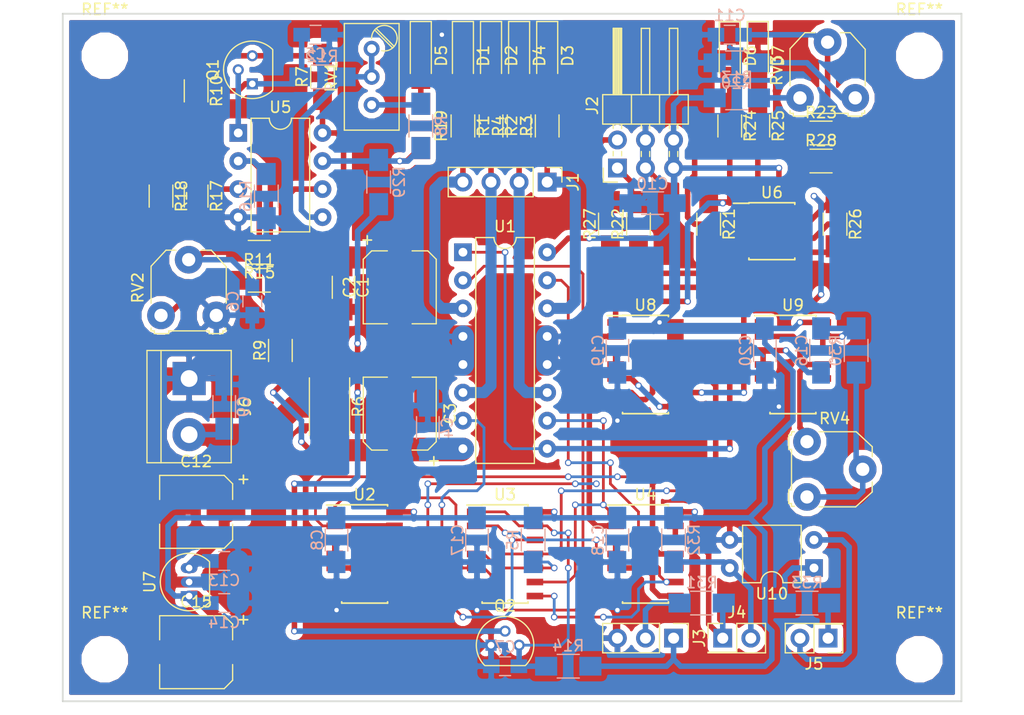
<source format=kicad_pcb>
(kicad_pcb (version 4) (host pcbnew 4.0.7)
  (layers (0 F.Cu signal) (31 B.Cu signal) (34 B.Paste user) (35 F.Paste user) (36 B.SilkS user) (37 F.SilkS user) (38 B.Mask user) (39 F.Mask user) (44 Edge.Cuts user))
  (net 0 "")
  (net 1 +12V)
  (net 2 GND)
  (net 3 /MPower)
  (net 4 /CurrentMeter/Sense)
  (net 5 "Net-(C6-Pad1)")
  (net 6 "Net-(C7-Pad1)")
  (net 7 +5V)
  (net 8 "Net-(C11-Pad1)")
  (net 9 "Net-(C16-Pad1)")
  (net 10 "Net-(C16-Pad2)")
  (net 11 "Net-(D1-Pad2)")
  (net 12 "Net-(D2-Pad2)")
  (net 13 "Net-(D3-Pad2)")
  (net 14 "Net-(D4-Pad2)")
  (net 15 "Net-(D5-Pad2)")
  (net 16 "Net-(D6-Pad2)")
  (net 17 "Net-(D7-Pad2)")
  (net 18 "Net-(J1-Pad1)")
  (net 19 "Net-(J1-Pad2)")
  (net 20 "Net-(J1-Pad3)")
  (net 21 "Net-(J1-Pad4)")
  (net 22 "Net-(J2-Pad1)")
  (net 23 "Net-(J3-Pad2)")
  (net 24 "Net-(Q1-Pad2)")
  (net 25 "Net-(Q1-Pad3)")
  (net 26 "Net-(Q2-Pad2)")
  (net 27 "Net-(R5-Pad2)")
  (net 28 /Overload)
  (net 29 "Net-(R8-Pad2)")
  (net 30 "Net-(R16-Pad1)")
  (net 31 "Net-(R10-Pad2)")
  (net 32 "Net-(R11-Pad1)")
  (net 33 "Net-(R12-Pad1)")
  (net 34 "Net-(R13-Pad1)")
  (net 35 "Net-(R15-Pad1)")
  (net 36 "Net-(R20-Pad2)")
  (net 37 /HallSensors/S1)
  (net 38 "Net-(R21-Pad2)")
  (net 39 "Net-(R23-Pad1)")
  (net 40 /HallSensors/S2)
  (net 41 "Net-(R26-Pad2)")
  (net 42 "Net-(R28-Pad1)")
  (net 43 "Net-(R30-Pad2)")
  (net 44 "Net-(RV4-Pad1)")
  (net 45 /Run)
  (net 46 "Net-(U1-Pad2)")
  (net 47 "Net-(U1-Pad10)")
  (net 48 "Net-(U1-Pad7)")
  (net 49 "Net-(U1-Pad15)")
  (net 50 /Direction)
  (net 51 "Net-(U2-Pad3)")
  (net 52 "Net-(U2-Pad5)")
  (net 53 "Net-(U2-Pad6)")
  (net 54 /~Direction)
  (net 55 "Net-(U3-Pad2)")
  (net 56 "Net-(U4-Pad3)")
  (net 57 "Net-(U4-Pad5)")
  (net 58 "Net-(U8-Pad3)")
  (net 59 "Net-(U8-Pad5)")
  (net 60 "Net-(U8-Pad12)")
  (net 61 /Step)
  (net 62 "Net-(J2-Pad2)")
  (net 63 "Net-(J4-Pad1)")
  (net 64 "Net-(J4-Pad2)")
  (net 65 "Net-(J5-Pad1)")
  (net 66 "Net-(R33-Pad2)")
  (net 67 "Net-(J5-Pad2)")
  (module Mounting_Holes:MountingHole_3.2mm_M3 (layer F.Cu) (at 161.29 96.52)
    (fp_text reference REF** (at 0 -4.2) (layer F.SilkS))
    (fp_text value MountingHole_3.2mm_M3)
    (pad 1 np_thru_hole circle (at 0 0) (size 3.2 3.2) (drill 3.2) (layers *.Cu *.Mask))
  )
  (module Mounting_Holes:MountingHole_3.2mm_M3 (layer F.Cu) (at 87.63 96.52)
    (fp_text reference REF** (at 0 -4.2) (layer F.SilkS))
    (fp_text value MountingHole_3.2mm_M3)
    (pad 1 np_thru_hole circle (at 0 0) (size 3.2 3.2) (drill 3.2) (layers *.Cu *.Mask))
  )
  (module Mounting_Holes:MountingHole_3.2mm_M3 (layer F.Cu) (at 87.63 41.91)
    (fp_text reference REF** (at 0 -4.2) (layer F.SilkS))
    (fp_text value MountingHole_3.2mm_M3)
    (pad 1 np_thru_hole circle (at 0 0) (size 3.2 3.2) (drill 3.2) (layers *.Cu *.Mask))
  )
  (module Capacitors_SMD:C_1206_HandSoldering (layer F.Cu) (at 109.22 62.865 270)
    (fp_text reference C1 (at 0 -1.75 270) (layer F.SilkS))
    (fp_text value 0,1)
    (pad 1 smd rect (at -2 0 270) (size 2 1.6) (layers F.Cu F.Paste F.Mask) (net 1 +12V))
    (pad 2 smd rect (at 2 0 270) (size 2 1.6) (layers F.Cu F.Paste F.Mask) (net 2 GND))
  )
  (module Capacitors_SMD:CP_Elec_6.3x5.3 (layer F.Cu) (at 114.3 62.865 270)
    (fp_text reference C2 (at 0 4.56 270) (layer F.SilkS))
    (fp_text value 47,0)
    (fp_text user + (at -4.28 3.01 270) (layer F.SilkS))
    (pad 1 smd rect (at -2.7 0 90) (size 3.5 1.6) (layers F.Cu F.Paste F.Mask) (net 1 +12V))
    (pad 2 smd rect (at 2.7 0 90) (size 3.5 1.6) (layers F.Cu F.Paste F.Mask) (net 2 GND))
  )
  (module Capacitors_SMD:CP_Elec_6.3x5.3 (layer F.Cu) (at 114.3 74.295 90)
    (fp_text reference C3 (at 0 4.56 90) (layer F.SilkS))
    (fp_text value 47,0)
    (fp_text user + (at -4.28 3.01 90) (layer F.SilkS))
    (pad 1 smd rect (at -2.7 0 270) (size 3.5 1.6) (layers F.Cu F.Paste F.Mask) (net 3 /MPower))
    (pad 2 smd rect (at 2.7 0 270) (size 3.5 1.6) (layers F.Cu F.Paste F.Mask) (net 2 GND))
  )
  (module Capacitors_SMD:C_1206_HandSoldering (layer B.Cu) (at 116.84 75.565 90)
    (fp_text reference C4 (at 0 1.75 90) (layer B.SilkS) (effects (justify mirror)))
    (fp_text value 0,1)
    (pad 1 smd rect (at -2 0 90) (size 2 1.6) (layers B.Cu B.Paste B.Mask) (net 3 /MPower))
    (pad 2 smd rect (at 2 0 90) (size 2 1.6) (layers B.Cu B.Paste B.Mask) (net 2 GND))
  )
  (module Capacitors_SMD:C_0805_HandSoldering (layer B.Cu) (at 106.68 40.005)
    (fp_text reference C5 (at 0 1.75) (layer B.SilkS) (effects (justify mirror)))
    (fp_text value 1,0)
    (pad 1 smd rect (at -1.25 0) (size 1.5 1.25) (layers B.Cu B.Paste B.Mask) (net 4 /CurrentMeter/Sense))
    (pad 2 smd rect (at 1.25 0) (size 1.5 1.25) (layers B.Cu B.Paste B.Mask) (net 2 GND))
  )
  (module Capacitors_SMD:C_0805_HandSoldering (layer B.Cu) (at 100.965 64.135 270)
    (fp_text reference C6 (at 0 1.75 270) (layer B.SilkS) (effects (justify mirror)))
    (fp_text value 1,0)
    (pad 1 smd rect (at -1.25 0 270) (size 1.5 1.25) (layers B.Cu B.Paste B.Mask) (net 5 "Net-(C6-Pad1)"))
    (pad 2 smd rect (at 1.25 0 270) (size 1.5 1.25) (layers B.Cu B.Paste B.Mask) (net 2 GND))
  )
  (module Capacitors_SMD:C_0805_HandSoldering (layer B.Cu) (at 123.825 97.155 180)
    (fp_text reference C7 (at 0 1.75 180) (layer B.SilkS) (effects (justify mirror)))
    (fp_text value 1,0)
    (pad 1 smd rect (at -1.25 0 180) (size 1.5 1.25) (layers B.Cu B.Paste B.Mask) (net 6 "Net-(C7-Pad1)"))
    (pad 2 smd rect (at 1.25 0 180) (size 1.5 1.25) (layers B.Cu B.Paste B.Mask) (net 2 GND))
  )
  (module Capacitors_SMD:C_1206_HandSoldering (layer B.Cu) (at 98.425 73.66 90)
    (fp_text reference C9 (at 0 1.75 90) (layer B.SilkS) (effects (justify mirror)))
    (fp_text value 0,1)
    (pad 1 smd rect (at -2 0 90) (size 2 1.6) (layers B.Cu B.Paste B.Mask) (net 1 +12V))
    (pad 2 smd rect (at 2 0 90) (size 2 1.6) (layers B.Cu B.Paste B.Mask) (net 2 GND))
  )
  (module Capacitors_SMD:C_1206_HandSoldering (layer B.Cu) (at 137.16 55.245 180)
    (fp_text reference C10 (at 0 1.75 180) (layer B.SilkS) (effects (justify mirror)))
    (fp_text value 0,1)
    (pad 1 smd rect (at -2 0 180) (size 2 1.6) (layers B.Cu B.Paste B.Mask) (net 7 +5V))
    (pad 2 smd rect (at 2 0 180) (size 2 1.6) (layers B.Cu B.Paste B.Mask) (net 2 GND))
  )
  (module Capacitors_SMD:C_0805_HandSoldering (layer B.Cu) (at 144.145 40.005 180)
    (fp_text reference C11 (at 0 1.75 180) (layer B.SilkS) (effects (justify mirror)))
    (fp_text value 1,0)
    (pad 1 smd rect (at -1.25 0 180) (size 1.5 1.25) (layers B.Cu B.Paste B.Mask) (net 8 "Net-(C11-Pad1)"))
    (pad 2 smd rect (at 1.25 0 180) (size 1.5 1.25) (layers B.Cu B.Paste B.Mask) (net 2 GND))
  )
  (module Capacitors_SMD:CP_Elec_6.3x5.3 (layer F.Cu) (at 95.885 83.185 180)
    (fp_text reference C12 (at 0 4.56 180) (layer F.SilkS))
    (fp_text value 47,0)
    (fp_text user + (at -4.28 3.01 180) (layer F.SilkS))
    (pad 1 smd rect (at -2.7 0) (size 3.5 1.6) (layers F.Cu F.Paste F.Mask) (net 1 +12V))
    (pad 2 smd rect (at 2.7 0) (size 3.5 1.6) (layers F.Cu F.Paste F.Mask) (net 2 GND))
  )
  (module Capacitors_SMD:C_0805_HandSoldering (layer B.Cu) (at 98.425 87.63)
    (fp_text reference C13 (at 0 1.75) (layer B.SilkS) (effects (justify mirror)))
    (fp_text value 0,33)
    (pad 1 smd rect (at -1.25 0) (size 1.5 1.25) (layers B.Cu B.Paste B.Mask) (net 1 +12V))
    (pad 2 smd rect (at 1.25 0) (size 1.5 1.25) (layers B.Cu B.Paste B.Mask) (net 2 GND))
  )
  (module Capacitors_SMD:C_0805_HandSoldering (layer B.Cu) (at 98.425 91.44)
    (fp_text reference C14 (at 0 1.75) (layer B.SilkS) (effects (justify mirror)))
    (fp_text value 0,33)
    (pad 1 smd rect (at -1.25 0) (size 1.5 1.25) (layers B.Cu B.Paste B.Mask) (net 7 +5V))
    (pad 2 smd rect (at 1.25 0) (size 1.5 1.25) (layers B.Cu B.Paste B.Mask) (net 2 GND))
  )
  (module Capacitors_SMD:CP_Elec_6.3x5.7 (layer F.Cu) (at 95.885 95.885 180)
    (fp_text reference C15 (at 0 4.56 180) (layer F.SilkS))
    (fp_text value 100,0)
    (fp_text user + (at -4.28 3.01 180) (layer F.SilkS))
    (pad 1 smd rect (at -2.7 0) (size 3.5 1.6) (layers F.Cu F.Paste F.Mask) (net 7 +5V))
    (pad 2 smd rect (at 2.7 0) (size 3.5 1.6) (layers F.Cu F.Paste F.Mask) (net 2 GND))
  )
  (module Capacitors_SMD:C_1206_HandSoldering (layer B.Cu) (at 152.4 68.58 270)
    (fp_text reference C16 (at 0 1.75 270) (layer B.SilkS) (effects (justify mirror)))
    (fp_text value 0,15)
    (pad 1 smd rect (at -2 0 270) (size 2 1.6) (layers B.Cu B.Paste B.Mask) (net 9 "Net-(C16-Pad1)"))
    (pad 2 smd rect (at 2 0 270) (size 2 1.6) (layers B.Cu B.Paste B.Mask) (net 10 "Net-(C16-Pad2)"))
  )
  (module LEDs:LED_1206_HandSoldering (layer F.Cu) (at 120.015 41.91 270)
    (fp_text reference D1 (at 0 -1.85 270) (layer F.SilkS))
    (fp_text value LED)
    (pad 1 smd rect (at -2 0 270) (size 2 1.7) (layers F.Cu F.Paste F.Mask) (net 2 GND))
    (pad 2 smd rect (at 2 0 270) (size 2 1.7) (layers F.Cu F.Paste F.Mask) (net 11 "Net-(D1-Pad2)"))
  )
  (module LEDs:LED_1206_HandSoldering (layer F.Cu) (at 122.555 41.91 270)
    (fp_text reference D2 (at 0 -1.85 270) (layer F.SilkS))
    (fp_text value LED)
    (pad 1 smd rect (at -2 0 270) (size 2 1.7) (layers F.Cu F.Paste F.Mask) (net 2 GND))
    (pad 2 smd rect (at 2 0 270) (size 2 1.7) (layers F.Cu F.Paste F.Mask) (net 12 "Net-(D2-Pad2)"))
  )
  (module LEDs:LED_1206_HandSoldering (layer F.Cu) (at 127.635 41.91 270)
    (fp_text reference D3 (at 0 -1.85 270) (layer F.SilkS))
    (fp_text value LED)
    (pad 1 smd rect (at -2 0 270) (size 2 1.7) (layers F.Cu F.Paste F.Mask) (net 2 GND))
    (pad 2 smd rect (at 2 0 270) (size 2 1.7) (layers F.Cu F.Paste F.Mask) (net 13 "Net-(D3-Pad2)"))
  )
  (module LEDs:LED_1206_HandSoldering (layer F.Cu) (at 125.095 41.91 270)
    (fp_text reference D4 (at 0 -1.85 270) (layer F.SilkS))
    (fp_text value LED)
    (pad 1 smd rect (at -2 0 270) (size 2 1.7) (layers F.Cu F.Paste F.Mask) (net 2 GND))
    (pad 2 smd rect (at 2 0 270) (size 2 1.7) (layers F.Cu F.Paste F.Mask) (net 14 "Net-(D4-Pad2)"))
  )
  (module LEDs:LED_1206_HandSoldering (layer F.Cu) (at 116.205 41.91 270)
    (fp_text reference D5 (at 0 -1.85 270) (layer F.SilkS))
    (fp_text value LED)
    (pad 1 smd rect (at -2 0 270) (size 2 1.7) (layers F.Cu F.Paste F.Mask) (net 2 GND))
    (pad 2 smd rect (at 2 0 270) (size 2 1.7) (layers F.Cu F.Paste F.Mask) (net 15 "Net-(D5-Pad2)"))
  )
  (module LEDs:LED_1206_HandSoldering (layer F.Cu) (at 144.145 41.91 270)
    (fp_text reference D6 (at 0 -1.85 270) (layer F.SilkS))
    (fp_text value LED)
    (pad 1 smd rect (at -2 0 270) (size 2 1.7) (layers F.Cu F.Paste F.Mask) (net 2 GND))
    (pad 2 smd rect (at 2 0 270) (size 2 1.7) (layers F.Cu F.Paste F.Mask) (net 16 "Net-(D6-Pad2)"))
  )
  (module LEDs:LED_1206_HandSoldering (layer F.Cu) (at 146.685 41.91 270)
    (fp_text reference D7 (at 0 -1.85 270) (layer F.SilkS))
    (fp_text value LED)
    (pad 1 smd rect (at -2 0 270) (size 2 1.7) (layers F.Cu F.Paste F.Mask) (net 2 GND))
    (pad 2 smd rect (at 2 0 270) (size 2 1.7) (layers F.Cu F.Paste F.Mask) (net 17 "Net-(D7-Pad2)"))
  )
  (module Pin_Headers:Pin_Header_Straight_1x04_Pitch2.54mm (layer F.Cu) (at 127.635 53.34 270)
    (fp_text reference J1 (at 0 -2.33 270) (layer F.SilkS))
    (fp_text value Motor)
    (pad 1 thru_hole rect (at 0 0 270) (size 1.7 1.7) (drill 1) (layers *.Cu *.Mask) (net 18 "Net-(J1-Pad1)"))
    (pad 2 thru_hole oval (at 0 2.54 270) (size 1.7 1.7) (drill 1) (layers *.Cu *.Mask) (net 19 "Net-(J1-Pad2)"))
    (pad 3 thru_hole oval (at 0 5.08 270) (size 1.7 1.7) (drill 1) (layers *.Cu *.Mask) (net 20 "Net-(J1-Pad3)"))
    (pad 4 thru_hole oval (at 0 7.62 270) (size 1.7 1.7) (drill 1) (layers *.Cu *.Mask) (net 21 "Net-(J1-Pad4)"))
  )
  (module Pin_Headers:Pin_Header_Angled_2x03_Pitch2.54mm (layer F.Cu) (at 133.985 52.07 90)
    (fp_text reference J2 (at 5.655 -2.27 90) (layer F.SilkS))
    (fp_text value Hall)
    (pad 1 thru_hole rect (at 0 0 90) (size 1.7 1.7) (drill 1) (layers *.Cu *.Mask) (net 22 "Net-(J2-Pad1)"))
    (pad 2 thru_hole oval (at 2.54 0 90) (size 1.7 1.7) (drill 1) (layers *.Cu *.Mask) (net 62 "Net-(J2-Pad2)"))
    (pad 3 thru_hole oval (at 0 2.54 90) (size 1.7 1.7) (drill 1) (layers *.Cu *.Mask) (net 2 GND))
    (pad 4 thru_hole oval (at 2.54 2.54 90) (size 1.7 1.7) (drill 1) (layers *.Cu *.Mask) (net 2 GND))
    (pad 5 thru_hole oval (at 0 5.08 90) (size 1.7 1.7) (drill 1) (layers *.Cu *.Mask) (net 7 +5V))
    (pad 6 thru_hole oval (at 2.54 5.08 90) (size 1.7 1.7) (drill 1) (layers *.Cu *.Mask) (net 7 +5V))
  )
  (module Pin_Headers:Pin_Header_Straight_1x03_Pitch2.54mm (layer F.Cu) (at 139.065 94.615 270)
    (fp_text reference J3 (at 0 -2.33 270) (layer F.SilkS))
    (fp_text value Direction)
    (pad 1 thru_hole rect (at 0 0 270) (size 1.7 1.7) (drill 1) (layers *.Cu *.Mask) (net 7 +5V))
    (pad 2 thru_hole oval (at 0 2.54 270) (size 1.7 1.7) (drill 1) (layers *.Cu *.Mask) (net 23 "Net-(J3-Pad2)"))
    (pad 3 thru_hole oval (at 0 5.08 270) (size 1.7 1.7) (drill 1) (layers *.Cu *.Mask) (net 2 GND))
  )
  (module TO_SOT_Packages_THT:TO-92_Molded_Narrow (layer F.Cu) (at 100.965 44.45 90)
    (fp_text reference Q1 (at 1.27 -3.56 90) (layer F.SilkS))
    (fp_text value 2N3904)
    (pad 2 thru_hole circle (at 1.27 -1.27 180) (size 1 1) (drill 0.6) (layers *.Cu *.Mask) (net 24 "Net-(Q1-Pad2)"))
    (pad 3 thru_hole circle (at 2.54 0 180) (size 1 1) (drill 0.6) (layers *.Cu *.Mask) (net 25 "Net-(Q1-Pad3)"))
    (pad 1 thru_hole rect (at 0 0 180) (size 1 1) (drill 0.6) (layers *.Cu *.Mask) (net 4 /CurrentMeter/Sense))
  )
  (module TO_SOT_Packages_THT:TO-92_Molded_Narrow (layer F.Cu) (at 122.555 95.25)
    (fp_text reference Q2 (at 1.27 -3.56) (layer F.SilkS))
    (fp_text value 2N3904)
    (pad 2 thru_hole circle (at 1.27 -1.27 90) (size 1 1) (drill 0.6) (layers *.Cu *.Mask) (net 26 "Net-(Q2-Pad2)"))
    (pad 3 thru_hole circle (at 2.54 0 90) (size 1 1) (drill 0.6) (layers *.Cu *.Mask) (net 6 "Net-(C7-Pad1)"))
    (pad 1 thru_hole rect (at 0 0 90) (size 1 1) (drill 0.6) (layers *.Cu *.Mask) (net 2 GND))
  )
  (module Resistors_SMD:R_1206_HandSoldering (layer F.Cu) (at 120.015 48.26 270)
    (fp_text reference R1 (at 0 -1.85 270) (layer F.SilkS))
    (fp_text value 560)
    (pad 1 smd rect (at -2 0 270) (size 2 1.7) (layers F.Cu F.Paste F.Mask) (net 11 "Net-(D1-Pad2)"))
    (pad 2 smd rect (at 2 0 270) (size 2 1.7) (layers F.Cu F.Paste F.Mask) (net 21 "Net-(J1-Pad4)"))
  )
  (module Resistors_SMD:R_1206_HandSoldering (layer F.Cu) (at 122.555 48.26 270)
    (fp_text reference R2 (at 0 -1.85 270) (layer F.SilkS))
    (fp_text value 560)
    (pad 1 smd rect (at -2 0 270) (size 2 1.7) (layers F.Cu F.Paste F.Mask) (net 12 "Net-(D2-Pad2)"))
    (pad 2 smd rect (at 2 0 270) (size 2 1.7) (layers F.Cu F.Paste F.Mask) (net 20 "Net-(J1-Pad3)"))
  )
  (module Resistors_SMD:R_1206_HandSoldering (layer F.Cu) (at 127.635 48.26 90)
    (fp_text reference R3 (at 0 -1.85 90) (layer F.SilkS))
    (fp_text value 560)
    (pad 1 smd rect (at -2 0 90) (size 2 1.7) (layers F.Cu F.Paste F.Mask) (net 18 "Net-(J1-Pad1)"))
    (pad 2 smd rect (at 2 0 90) (size 2 1.7) (layers F.Cu F.Paste F.Mask) (net 13 "Net-(D3-Pad2)"))
  )
  (module Resistors_SMD:R_1206_HandSoldering (layer F.Cu) (at 125.095 48.26 90)
    (fp_text reference R4 (at 0 -1.85 90) (layer F.SilkS))
    (fp_text value 560)
    (pad 1 smd rect (at -2 0 90) (size 2 1.7) (layers F.Cu F.Paste F.Mask) (net 19 "Net-(J1-Pad2)"))
    (pad 2 smd rect (at 2 0 90) (size 2 1.7) (layers F.Cu F.Paste F.Mask) (net 14 "Net-(D4-Pad2)"))
  )
  (module Resistors_SMD:R_1206_HandSoldering (layer B.Cu) (at 126.365 85.725 270)
    (fp_text reference R5 (at 0 1.85 270) (layer B.SilkS) (effects (justify mirror)))
    (fp_text value 10k)
    (pad 1 smd rect (at -2 0 270) (size 2 1.7) (layers B.Cu B.Paste B.Mask) (net 7 +5V))
    (pad 2 smd rect (at 2 0 270) (size 2 1.7) (layers B.Cu B.Paste B.Mask) (net 27 "Net-(R5-Pad2)"))
  )
  (module Resistors_SMD:R_2512_HandSoldering (layer F.Cu) (at 107.95 73.66 270)
    (fp_text reference R6 (at 0 -2.6 270) (layer F.SilkS))
    (fp_text value "0,2 2W 1%")
    (pad 1 smd rect (at -3.95 0 270) (size 2.7 3.2) (layers F.Cu F.Paste F.Mask) (net 1 +12V))
    (pad 2 smd rect (at 3.95 0 270) (size 2.7 3.2) (layers F.Cu F.Paste F.Mask) (net 3 /MPower))
  )
  (module Resistors_SMD:R_1206_HandSoldering (layer F.Cu) (at 107.315 43.815 90)
    (fp_text reference R7 (at 0 -1.85 90) (layer F.SilkS))
    (fp_text value "200 1%")
    (pad 1 smd rect (at -2 0 90) (size 2 1.7) (layers F.Cu F.Paste F.Mask) (net 1 +12V))
    (pad 2 smd rect (at 2 0 90) (size 2 1.7) (layers F.Cu F.Paste F.Mask) (net 25 "Net-(Q1-Pad3)"))
  )
  (module Resistors_SMD:R_1206_HandSoldering (layer B.Cu) (at 116.205 48.26 90)
    (fp_text reference R8 (at 0 1.85 90) (layer B.SilkS) (effects (justify mirror)))
    (fp_text value 1,5m)
    (pad 1 smd rect (at -2 0 90) (size 2 1.7) (layers B.Cu B.Paste B.Mask) (net 28 /Overload))
    (pad 2 smd rect (at 2 0 90) (size 2 1.7) (layers B.Cu B.Paste B.Mask) (net 29 "Net-(R8-Pad2)"))
  )
  (module Resistors_SMD:R_1206_HandSoldering (layer F.Cu) (at 103.505 68.58 90)
    (fp_text reference R9 (at 0 -1.85 90) (layer F.SilkS))
    (fp_text value 10k)
    (pad 1 smd rect (at -2 0 90) (size 2 1.7) (layers F.Cu F.Paste F.Mask) (net 3 /MPower))
    (pad 2 smd rect (at 2 0 90) (size 2 1.7) (layers F.Cu F.Paste F.Mask) (net 30 "Net-(R16-Pad1)"))
  )
  (module Resistors_SMD:R_1206_HandSoldering (layer F.Cu) (at 95.885 45.085 270)
    (fp_text reference R10 (at 0 -1.85 270) (layer F.SilkS))
    (fp_text value 10k)
    (pad 1 smd rect (at -2 0 270) (size 2 1.7) (layers F.Cu F.Paste F.Mask) (net 25 "Net-(Q1-Pad3)"))
    (pad 2 smd rect (at 2 0 270) (size 2 1.7) (layers F.Cu F.Paste F.Mask) (net 31 "Net-(R10-Pad2)"))
  )
  (module Resistors_SMD:R_1206_HandSoldering (layer F.Cu) (at 101.6 62.23)
    (fp_text reference R11 (at 0 -1.85) (layer F.SilkS))
    (fp_text value 9,1k)
    (pad 1 smd rect (at -2 0) (size 2 1.7) (layers F.Cu F.Paste F.Mask) (net 32 "Net-(R11-Pad1)"))
    (pad 2 smd rect (at 2 0) (size 2 1.7) (layers F.Cu F.Paste F.Mask) (net 1 +12V))
  )
  (module Resistors_SMD:R_1206_HandSoldering (layer B.Cu) (at 107.315 43.815 180)
    (fp_text reference R12 (at 0 1.85 180) (layer B.SilkS) (effects (justify mirror)))
    (fp_text value 10k)
    (pad 1 smd rect (at -2 0 180) (size 2 1.7) (layers B.Cu B.Paste B.Mask) (net 33 "Net-(R12-Pad1)"))
    (pad 2 smd rect (at 2 0 180) (size 2 1.7) (layers B.Cu B.Paste B.Mask) (net 4 /CurrentMeter/Sense))
  )
  (module Resistors_SMD:R_1206_HandSoldering (layer B.Cu) (at 144.78 45.72 180)
    (fp_text reference R13 (at 0 1.85 180) (layer B.SilkS) (effects (justify mirror)))
    (fp_text value 1k)
    (pad 1 smd rect (at -2 0 180) (size 2 1.7) (layers B.Cu B.Paste B.Mask) (net 34 "Net-(R13-Pad1)"))
    (pad 2 smd rect (at 2 0 180) (size 2 1.7) (layers B.Cu B.Paste B.Mask) (net 7 +5V))
  )
  (module Resistors_SMD:R_1206_HandSoldering (layer B.Cu) (at 129.54 97.155 180)
    (fp_text reference R14 (at 0 1.85 180) (layer B.SilkS) (effects (justify mirror)))
    (fp_text value 10k)
    (pad 1 smd rect (at -2 0 180) (size 2 1.7) (layers B.Cu B.Paste B.Mask) (net 7 +5V))
    (pad 2 smd rect (at 2 0 180) (size 2 1.7) (layers B.Cu B.Paste B.Mask) (net 6 "Net-(C7-Pad1)"))
  )
  (module Resistors_SMD:R_1206_HandSoldering (layer F.Cu) (at 101.6 59.69 180)
    (fp_text reference R15 (at 0 -1.85 180) (layer F.SilkS))
    (fp_text value 10k)
    (pad 1 smd rect (at -2 0 180) (size 2 1.7) (layers F.Cu F.Paste F.Mask) (net 35 "Net-(R15-Pad1)"))
    (pad 2 smd rect (at 2 0 180) (size 2 1.7) (layers F.Cu F.Paste F.Mask) (net 5 "Net-(C6-Pad1)"))
  )
  (module Resistors_SMD:R_1206_HandSoldering (layer B.Cu) (at 102.235 54.61 270)
    (fp_text reference R16 (at 0 1.85 270) (layer B.SilkS) (effects (justify mirror)))
    (fp_text value 10k)
    (pad 1 smd rect (at -2 0 270) (size 2 1.7) (layers B.Cu B.Paste B.Mask) (net 30 "Net-(R16-Pad1)"))
    (pad 2 smd rect (at 2 0 270) (size 2 1.7) (layers B.Cu B.Paste B.Mask) (net 2 GND))
  )
  (module Resistors_SMD:R_1206_HandSoldering (layer F.Cu) (at 95.885 54.61 270)
    (fp_text reference R17 (at 0 -1.85 270) (layer F.SilkS))
    (fp_text value 10k)
    (pad 1 smd rect (at -2 0 270) (size 2 1.7) (layers F.Cu F.Paste F.Mask) (net 31 "Net-(R10-Pad2)"))
    (pad 2 smd rect (at 2 0 270) (size 2 1.7) (layers F.Cu F.Paste F.Mask) (net 2 GND))
  )
  (module Resistors_SMD:R_1206_HandSoldering (layer F.Cu) (at 92.71 54.61 270)
    (fp_text reference R18 (at 0 -1.85 270) (layer F.SilkS))
    (fp_text value "2k 1%")
    (pad 1 smd rect (at -2 0 270) (size 2 1.7) (layers F.Cu F.Paste F.Mask) (net 4 /CurrentMeter/Sense))
    (pad 2 smd rect (at 2 0 270) (size 2 1.7) (layers F.Cu F.Paste F.Mask) (net 2 GND))
  )
  (module Resistors_SMD:R_1206_HandSoldering (layer F.Cu) (at 116.205 48.26 270)
    (fp_text reference R19 (at 0 -1.85 270) (layer F.SilkS))
    (fp_text value 560)
    (pad 1 smd rect (at -2 0 270) (size 2 1.7) (layers F.Cu F.Paste F.Mask) (net 15 "Net-(D5-Pad2)"))
    (pad 2 smd rect (at 2 0 270) (size 2 1.7) (layers F.Cu F.Paste F.Mask) (net 28 /Overload))
  )
  (module Resistors_SMD:R_1206_HandSoldering (layer B.Cu) (at 144.78 42.545)
    (fp_text reference R20 (at 0 1.85) (layer B.SilkS) (effects (justify mirror)))
    (fp_text value 1k)
    (pad 1 smd rect (at -2 0) (size 2 1.7) (layers B.Cu B.Paste B.Mask) (net 2 GND))
    (pad 2 smd rect (at 2 0) (size 2 1.7) (layers B.Cu B.Paste B.Mask) (net 36 "Net-(R20-Pad2)"))
  )
  (module Resistors_SMD:R_1206_HandSoldering (layer F.Cu) (at 142.24 57.15 270)
    (fp_text reference R21 (at 0 -1.85 270) (layer F.SilkS))
    (fp_text value 220k)
    (pad 1 smd rect (at -2 0 270) (size 2 1.7) (layers F.Cu F.Paste F.Mask) (net 37 /HallSensors/S1))
    (pad 2 smd rect (at 2 0 270) (size 2 1.7) (layers F.Cu F.Paste F.Mask) (net 38 "Net-(R21-Pad2)"))
  )
  (module Resistors_SMD:R_1206_HandSoldering (layer F.Cu) (at 135.89 57.15 90)
    (fp_text reference R22 (at 0 -1.85 90) (layer F.SilkS))
    (fp_text value 1k)
    (pad 1 smd rect (at -2 0 90) (size 2 1.7) (layers F.Cu F.Paste F.Mask) (net 38 "Net-(R21-Pad2)"))
    (pad 2 smd rect (at 2 0 90) (size 2 1.7) (layers F.Cu F.Paste F.Mask) (net 22 "Net-(J2-Pad1)"))
  )
  (module Resistors_SMD:R_1206_HandSoldering (layer F.Cu) (at 152.4 48.895)
    (fp_text reference R23 (at 0 -1.85) (layer F.SilkS))
    (fp_text value 1k)
    (pad 1 smd rect (at -2 0) (size 2 1.7) (layers F.Cu F.Paste F.Mask) (net 39 "Net-(R23-Pad1)"))
    (pad 2 smd rect (at 2 0) (size 2 1.7) (layers F.Cu F.Paste F.Mask) (net 8 "Net-(C11-Pad1)"))
  )
  (module Resistors_SMD:R_1206_HandSoldering (layer F.Cu) (at 144.145 48.26 270)
    (fp_text reference R24 (at 0 -1.85 270) (layer F.SilkS))
    (fp_text value 560)
    (pad 1 smd rect (at -2 0 270) (size 2 1.7) (layers F.Cu F.Paste F.Mask) (net 16 "Net-(D6-Pad2)"))
    (pad 2 smd rect (at 2 0 270) (size 2 1.7) (layers F.Cu F.Paste F.Mask) (net 37 /HallSensors/S1))
  )
  (module Resistors_SMD:R_1206_HandSoldering (layer F.Cu) (at 146.685 48.26 270)
    (fp_text reference R25 (at 0 -1.85 270) (layer F.SilkS))
    (fp_text value 560)
    (pad 1 smd rect (at -2 0 270) (size 2 1.7) (layers F.Cu F.Paste F.Mask) (net 17 "Net-(D7-Pad2)"))
    (pad 2 smd rect (at 2 0 270) (size 2 1.7) (layers F.Cu F.Paste F.Mask) (net 40 /HallSensors/S2))
  )
  (module Resistors_SMD:R_1206_HandSoldering (layer F.Cu) (at 153.67 57.15 270)
    (fp_text reference R26 (at 0 -1.85 270) (layer F.SilkS))
    (fp_text value 220k)
    (pad 1 smd rect (at -2 0 270) (size 2 1.7) (layers F.Cu F.Paste F.Mask) (net 40 /HallSensors/S2))
    (pad 2 smd rect (at 2 0 270) (size 2 1.7) (layers F.Cu F.Paste F.Mask) (net 41 "Net-(R26-Pad2)"))
  )
  (module Resistors_SMD:R_1206_HandSoldering (layer F.Cu) (at 133.35 57.15 90)
    (fp_text reference R27 (at 0 -1.85 90) (layer F.SilkS))
    (fp_text value 1k)
    (pad 1 smd rect (at -2 0 90) (size 2 1.7) (layers F.Cu F.Paste F.Mask) (net 41 "Net-(R26-Pad2)"))
    (pad 2 smd rect (at 2 0 90) (size 2 1.7) (layers F.Cu F.Paste F.Mask) (net 62 "Net-(J2-Pad2)"))
  )
  (module Resistors_SMD:R_1206_HandSoldering (layer F.Cu) (at 152.4 51.435)
    (fp_text reference R28 (at 0 -1.85) (layer F.SilkS))
    (fp_text value 1k)
    (pad 1 smd rect (at -2 0) (size 2 1.7) (layers F.Cu F.Paste F.Mask) (net 42 "Net-(R28-Pad1)"))
    (pad 2 smd rect (at 2 0) (size 2 1.7) (layers F.Cu F.Paste F.Mask) (net 8 "Net-(C11-Pad1)"))
  )
  (module Resistors_SMD:R_1206_HandSoldering (layer B.Cu) (at 112.395 53.34 90)
    (fp_text reference R29 (at 0 1.85 90) (layer B.SilkS) (effects (justify mirror)))
    (fp_text value 10k)
    (pad 1 smd rect (at -2 0 90) (size 2 1.7) (layers B.Cu B.Paste B.Mask) (net 26 "Net-(Q2-Pad2)"))
    (pad 2 smd rect (at 2 0 90) (size 2 1.7) (layers B.Cu B.Paste B.Mask) (net 28 /Overload))
  )
  (module Resistors_SMD:R_1206_HandSoldering (layer B.Cu) (at 155.575 68.58 270)
    (fp_text reference R30 (at 0 1.85 270) (layer B.SilkS) (effects (justify mirror)))
    (fp_text value 3,3k)
    (pad 1 smd rect (at -2 0 270) (size 2 1.7) (layers B.Cu B.Paste B.Mask) (net 9 "Net-(C16-Pad1)"))
    (pad 2 smd rect (at 2 0 270) (size 2 1.7) (layers B.Cu B.Paste B.Mask) (net 43 "Net-(R30-Pad2)"))
  )
  (module Resistors_SMD:R_1206_HandSoldering (layer B.Cu) (at 141.605 91.44 180)
    (fp_text reference R31 (at 0 1.85 180) (layer B.SilkS) (effects (justify mirror)))
    (fp_text value 120)
    (pad 1 smd rect (at -2 0 180) (size 2 1.7) (layers B.Cu B.Paste B.Mask) (net 63 "Net-(J4-Pad1)"))
    (pad 2 smd rect (at 2 0 180) (size 2 1.7) (layers B.Cu B.Paste B.Mask) (net 23 "Net-(J3-Pad2)"))
  )
  (module Potentiometers:Potentiometer_Trimmer_Bourns_3296W (layer F.Cu) (at 111.76 41.275 90)
    (fp_text reference RV1 (at -2.54 -3.66 90) (layer F.SilkS))
    (fp_text value 1m)
    (pad 1 thru_hole circle (at 0 0 90) (size 1.44 1.44) (drill 0.8) (layers *.Cu *.Mask) (net 33 "Net-(R12-Pad1)"))
    (pad 2 thru_hole circle (at -2.54 0 90) (size 1.44 1.44) (drill 0.8) (layers *.Cu *.Mask) (net 33 "Net-(R12-Pad1)"))
    (pad 3 thru_hole circle (at -5.08 0 90) (size 1.44 1.44) (drill 0.8) (layers *.Cu *.Mask) (net 29 "Net-(R8-Pad2)"))
  )
  (module Potentiometers:Potentiometer_Triwood_RM-065 (layer F.Cu) (at 92.71 65.405)
    (fp_text reference RV2 (at -2.1 -2.5 90) (layer F.SilkS))
    (fp_text value 1k)
    (pad 2 thru_hole circle (at 2.5 -5.04) (size 2.5 2.5) (drill 1.2) (layers *.Cu *.Mask) (net 5 "Net-(C6-Pad1)"))
    (pad 3 thru_hole circle (at 5 0) (size 2.5 2.5) (drill 1.2) (layers *.Cu *.Mask) (net 2 GND))
    (pad 1 thru_hole circle (at 0 0) (size 2.5 2.5) (drill 1.2) (layers *.Cu *.Mask) (net 32 "Net-(R11-Pad1)"))
  )
  (module Potentiometers:Potentiometer_Triwood_RM-065 (layer F.Cu) (at 150.495 45.72)
    (fp_text reference RV3 (at -2.1 -2.5 90) (layer F.SilkS))
    (fp_text value 1k)
    (pad 2 thru_hole circle (at 2.5 -5.04) (size 2.5 2.5) (drill 1.2) (layers *.Cu *.Mask) (net 8 "Net-(C11-Pad1)"))
    (pad 3 thru_hole circle (at 5 0) (size 2.5 2.5) (drill 1.2) (layers *.Cu *.Mask) (net 36 "Net-(R20-Pad2)"))
    (pad 1 thru_hole circle (at 0 0) (size 2.5 2.5) (drill 1.2) (layers *.Cu *.Mask) (net 34 "Net-(R13-Pad1)"))
  )
  (module Potentiometers:Potentiometer_Triwood_RM-065 (layer F.Cu) (at 151.13 76.835 270)
    (fp_text reference RV4 (at -2.1 -2.5 360) (layer F.SilkS))
    (fp_text value 1k)
    (pad 2 thru_hole circle (at 2.5 -5.04 270) (size 2.5 2.5) (drill 1.2) (layers *.Cu *.Mask) (net 43 "Net-(R30-Pad2)"))
    (pad 3 thru_hole circle (at 5 0 270) (size 2.5 2.5) (drill 1.2) (layers *.Cu *.Mask) (net 43 "Net-(R30-Pad2)"))
    (pad 1 thru_hole circle (at 0 0 270) (size 2.5 2.5) (drill 1.2) (layers *.Cu *.Mask) (net 44 "Net-(RV4-Pad1)"))
  )
  (module Housings_DIP:DIP-16_W7.62mm (layer F.Cu) (at 120.015 59.69)
    (fp_text reference U1 (at 3.81 -2.33) (layer F.SilkS))
    (fp_text value L293D)
    (pad 1 thru_hole rect (at 0 0) (size 1.6 1.6) (drill 0.8) (layers *.Cu *.Mask) (net 45 /Run))
    (pad 9 thru_hole oval (at 7.62 17.78) (size 1.6 1.6) (drill 0.8) (layers *.Cu *.Mask) (net 45 /Run))
    (pad 2 thru_hole oval (at 0 2.54) (size 1.6 1.6) (drill 0.8) (layers *.Cu *.Mask) (net 46 "Net-(U1-Pad2)"))
    (pad 10 thru_hole oval (at 7.62 15.24) (size 1.6 1.6) (drill 0.8) (layers *.Cu *.Mask) (net 47 "Net-(U1-Pad10)"))
    (pad 3 thru_hole oval (at 0 5.08) (size 1.6 1.6) (drill 0.8) (layers *.Cu *.Mask) (net 21 "Net-(J1-Pad4)"))
    (pad 11 thru_hole oval (at 7.62 12.7) (size 1.6 1.6) (drill 0.8) (layers *.Cu *.Mask) (net 19 "Net-(J1-Pad2)"))
    (pad 4 thru_hole oval (at 0 7.62) (size 1.6 1.6) (drill 0.8) (layers *.Cu *.Mask) (net 2 GND))
    (pad 12 thru_hole oval (at 7.62 10.16) (size 1.6 1.6) (drill 0.8) (layers *.Cu *.Mask) (net 2 GND))
    (pad 5 thru_hole oval (at 0 10.16) (size 1.6 1.6) (drill 0.8) (layers *.Cu *.Mask) (net 2 GND))
    (pad 13 thru_hole oval (at 7.62 7.62) (size 1.6 1.6) (drill 0.8) (layers *.Cu *.Mask) (net 2 GND))
    (pad 6 thru_hole oval (at 0 12.7) (size 1.6 1.6) (drill 0.8) (layers *.Cu *.Mask) (net 20 "Net-(J1-Pad3)"))
    (pad 14 thru_hole oval (at 7.62 5.08) (size 1.6 1.6) (drill 0.8) (layers *.Cu *.Mask) (net 18 "Net-(J1-Pad1)"))
    (pad 7 thru_hole oval (at 0 15.24) (size 1.6 1.6) (drill 0.8) (layers *.Cu *.Mask) (net 48 "Net-(U1-Pad7)"))
    (pad 15 thru_hole oval (at 7.62 2.54) (size 1.6 1.6) (drill 0.8) (layers *.Cu *.Mask) (net 49 "Net-(U1-Pad15)"))
    (pad 8 thru_hole oval (at 0 17.78) (size 1.6 1.6) (drill 0.8) (layers *.Cu *.Mask) (net 3 /MPower))
    (pad 16 thru_hole oval (at 7.62 0) (size 1.6 1.6) (drill 0.8) (layers *.Cu *.Mask) (net 7 +5V))
  )
  (module Housings_SOIC:SOIC-14_3.9x8.7mm_Pitch1.27mm (layer F.Cu) (at 111.125 86.995)
    (fp_text reference U2 (at 0 -5.375) (layer F.SilkS))
    (fp_text value 74HC00)
    (pad 1 smd rect (at -2.7 -3.81) (size 1.5 0.6) (layers F.Cu F.Paste F.Mask) (net 46 "Net-(U1-Pad2)"))
    (pad 2 smd rect (at -2.7 -2.54) (size 1.5 0.6) (layers F.Cu F.Paste F.Mask) (net 50 /Direction))
    (pad 3 smd rect (at -2.7 -1.27) (size 1.5 0.6) (layers F.Cu F.Paste F.Mask) (net 51 "Net-(U2-Pad3)"))
    (pad 4 smd rect (at -2.7 0) (size 1.5 0.6) (layers F.Cu F.Paste F.Mask) (net 51 "Net-(U2-Pad3)"))
    (pad 5 smd rect (at -2.7 1.27) (size 1.5 0.6) (layers F.Cu F.Paste F.Mask) (net 52 "Net-(U2-Pad5)"))
    (pad 6 smd rect (at -2.7 2.54) (size 1.5 0.6) (layers F.Cu F.Paste F.Mask) (net 53 "Net-(U2-Pad6)"))
    (pad 7 smd rect (at -2.7 3.81) (size 1.5 0.6) (layers F.Cu F.Paste F.Mask) (net 2 GND))
    (pad 8 smd rect (at 2.7 3.81) (size 1.5 0.6) (layers F.Cu F.Paste F.Mask) (net 52 "Net-(U2-Pad5)"))
    (pad 9 smd rect (at 2.7 2.54) (size 1.5 0.6) (layers F.Cu F.Paste F.Mask) (net 48 "Net-(U1-Pad7)"))
    (pad 10 smd rect (at 2.7 1.27) (size 1.5 0.6) (layers F.Cu F.Paste F.Mask) (net 54 /~Direction))
    (pad 11 smd rect (at 2.7 0) (size 1.5 0.6) (layers F.Cu F.Paste F.Mask) (net 54 /~Direction))
    (pad 12 smd rect (at 2.7 -1.27) (size 1.5 0.6) (layers F.Cu F.Paste F.Mask) (net 50 /Direction))
    (pad 13 smd rect (at 2.7 -2.54) (size 1.5 0.6) (layers F.Cu F.Paste F.Mask) (net 50 /Direction))
    (pad 14 smd rect (at 2.7 -3.81) (size 1.5 0.6) (layers F.Cu F.Paste F.Mask) (net 7 +5V))
  )
  (module Housings_SOIC:SOIC-14_3.9x8.7mm_Pitch1.27mm (layer F.Cu) (at 123.825 86.995)
    (fp_text reference U3 (at 0 -5.375) (layer F.SilkS))
    (fp_text value 74HC74)
    (pad 1 smd rect (at -2.7 -3.81) (size 1.5 0.6) (layers F.Cu F.Paste F.Mask) (net 6 "Net-(C7-Pad1)"))
    (pad 2 smd rect (at -2.7 -2.54) (size 1.5 0.6) (layers F.Cu F.Paste F.Mask) (net 55 "Net-(U3-Pad2)"))
    (pad 3 smd rect (at -2.7 -1.27) (size 1.5 0.6) (layers F.Cu F.Paste F.Mask) (net 61 /Step))
    (pad 4 smd rect (at -2.7 0) (size 1.5 0.6) (layers F.Cu F.Paste F.Mask) (net 27 "Net-(R5-Pad2)"))
    (pad 5 smd rect (at -2.7 1.27) (size 1.5 0.6) (layers F.Cu F.Paste F.Mask) (net 46 "Net-(U1-Pad2)"))
    (pad 6 smd rect (at -2.7 2.54) (size 1.5 0.6) (layers F.Cu F.Paste F.Mask) (net 48 "Net-(U1-Pad7)"))
    (pad 7 smd rect (at -2.7 3.81) (size 1.5 0.6) (layers F.Cu F.Paste F.Mask) (net 2 GND))
    (pad 8 smd rect (at 2.7 3.81) (size 1.5 0.6) (layers F.Cu F.Paste F.Mask) (net 49 "Net-(U1-Pad15)"))
    (pad 9 smd rect (at 2.7 2.54) (size 1.5 0.6) (layers F.Cu F.Paste F.Mask) (net 47 "Net-(U1-Pad10)"))
    (pad 10 smd rect (at 2.7 1.27) (size 1.5 0.6) (layers F.Cu F.Paste F.Mask) (net 27 "Net-(R5-Pad2)"))
    (pad 11 smd rect (at 2.7 0) (size 1.5 0.6) (layers F.Cu F.Paste F.Mask) (net 61 /Step))
    (pad 12 smd rect (at 2.7 -1.27) (size 1.5 0.6) (layers F.Cu F.Paste F.Mask) (net 53 "Net-(U2-Pad6)"))
    (pad 13 smd rect (at 2.7 -2.54) (size 1.5 0.6) (layers F.Cu F.Paste F.Mask) (net 6 "Net-(C7-Pad1)"))
    (pad 14 smd rect (at 2.7 -3.81) (size 1.5 0.6) (layers F.Cu F.Paste F.Mask) (net 7 +5V))
  )
  (module Housings_SOIC:SOIC-14_3.9x8.7mm_Pitch1.27mm (layer F.Cu) (at 136.525 86.995)
    (fp_text reference U4 (at 0 -5.375) (layer F.SilkS))
    (fp_text value 74HC00)
    (pad 1 smd rect (at -2.7 -3.81) (size 1.5 0.6) (layers F.Cu F.Paste F.Mask) (net 47 "Net-(U1-Pad10)"))
    (pad 2 smd rect (at -2.7 -2.54) (size 1.5 0.6) (layers F.Cu F.Paste F.Mask) (net 54 /~Direction))
    (pad 3 smd rect (at -2.7 -1.27) (size 1.5 0.6) (layers F.Cu F.Paste F.Mask) (net 56 "Net-(U4-Pad3)"))
    (pad 4 smd rect (at -2.7 0) (size 1.5 0.6) (layers F.Cu F.Paste F.Mask) (net 56 "Net-(U4-Pad3)"))
    (pad 5 smd rect (at -2.7 1.27) (size 1.5 0.6) (layers F.Cu F.Paste F.Mask) (net 57 "Net-(U4-Pad5)"))
    (pad 6 smd rect (at -2.7 2.54) (size 1.5 0.6) (layers F.Cu F.Paste F.Mask) (net 55 "Net-(U3-Pad2)"))
    (pad 7 smd rect (at -2.7 3.81) (size 1.5 0.6) (layers F.Cu F.Paste F.Mask) (net 2 GND))
    (pad 8 smd rect (at 2.7 3.81) (size 1.5 0.6) (layers F.Cu F.Paste F.Mask) (net 57 "Net-(U4-Pad5)"))
    (pad 9 smd rect (at 2.7 2.54) (size 1.5 0.6) (layers F.Cu F.Paste F.Mask) (net 49 "Net-(U1-Pad15)"))
    (pad 10 smd rect (at 2.7 1.27) (size 1.5 0.6) (layers F.Cu F.Paste F.Mask) (net 50 /Direction))
    (pad 11 smd rect (at 2.7 0) (size 1.5 0.6) (layers F.Cu F.Paste F.Mask) (net 50 /Direction))
    (pad 12 smd rect (at 2.7 -1.27) (size 1.5 0.6) (layers F.Cu F.Paste F.Mask) (net 63 "Net-(J4-Pad1)"))
    (pad 13 smd rect (at 2.7 -2.54) (size 1.5 0.6) (layers F.Cu F.Paste F.Mask) (net 63 "Net-(J4-Pad1)"))
    (pad 14 smd rect (at 2.7 -3.81) (size 1.5 0.6) (layers F.Cu F.Paste F.Mask) (net 7 +5V))
  )
  (module Housings_DIP:DIP-8_W7.62mm (layer F.Cu) (at 99.695 48.895)
    (fp_text reference U5 (at 3.81 -2.33) (layer F.SilkS))
    (fp_text value TL082)
    (pad 1 thru_hole rect (at 0 0) (size 1.6 1.6) (drill 0.8) (layers *.Cu *.Mask) (net 24 "Net-(Q1-Pad2)"))
    (pad 5 thru_hole oval (at 7.62 7.62) (size 1.6 1.6) (drill 0.8) (layers *.Cu *.Mask) (net 33 "Net-(R12-Pad1)"))
    (pad 2 thru_hole oval (at 0 2.54) (size 1.6 1.6) (drill 0.8) (layers *.Cu *.Mask) (net 30 "Net-(R16-Pad1)"))
    (pad 6 thru_hole oval (at 7.62 5.08) (size 1.6 1.6) (drill 0.8) (layers *.Cu *.Mask) (net 35 "Net-(R15-Pad1)"))
    (pad 3 thru_hole oval (at 0 5.08) (size 1.6 1.6) (drill 0.8) (layers *.Cu *.Mask) (net 31 "Net-(R10-Pad2)"))
    (pad 7 thru_hole oval (at 7.62 2.54) (size 1.6 1.6) (drill 0.8) (layers *.Cu *.Mask) (net 28 /Overload))
    (pad 4 thru_hole oval (at 0 7.62) (size 1.6 1.6) (drill 0.8) (layers *.Cu *.Mask) (net 2 GND))
    (pad 8 thru_hole oval (at 7.62 0) (size 1.6 1.6) (drill 0.8) (layers *.Cu *.Mask) (net 1 +12V))
  )
  (module Housings_SOIC:SOIC-8_3.9x4.9mm_Pitch1.27mm (layer F.Cu) (at 147.955 57.785)
    (fp_text reference U6 (at 0 -3.5) (layer F.SilkS))
    (fp_text value LM2904)
    (pad 1 smd rect (at -2.7 -1.905) (size 1.55 0.6) (layers F.Cu F.Paste F.Mask) (net 37 /HallSensors/S1))
    (pad 2 smd rect (at -2.7 -0.635) (size 1.55 0.6) (layers F.Cu F.Paste F.Mask) (net 39 "Net-(R23-Pad1)"))
    (pad 3 smd rect (at -2.7 0.635) (size 1.55 0.6) (layers F.Cu F.Paste F.Mask) (net 38 "Net-(R21-Pad2)"))
    (pad 4 smd rect (at -2.7 1.905) (size 1.55 0.6) (layers F.Cu F.Paste F.Mask) (net 2 GND))
    (pad 5 smd rect (at 2.7 1.905) (size 1.55 0.6) (layers F.Cu F.Paste F.Mask) (net 41 "Net-(R26-Pad2)"))
    (pad 6 smd rect (at 2.7 0.635) (size 1.55 0.6) (layers F.Cu F.Paste F.Mask) (net 42 "Net-(R28-Pad1)"))
    (pad 7 smd rect (at 2.7 -0.635) (size 1.55 0.6) (layers F.Cu F.Paste F.Mask) (net 40 /HallSensors/S2))
    (pad 8 smd rect (at 2.7 -1.905) (size 1.55 0.6) (layers F.Cu F.Paste F.Mask) (net 7 +5V))
  )
  (module TO_SOT_Packages_THT:TO-92_Inline_Narrow_Oval (layer F.Cu) (at 95.25 90.805 90)
    (fp_text reference U7 (at 1.27 -3.56 90) (layer F.SilkS))
    (fp_text value L78L05)
    (pad 2 thru_hole oval (at 1.27 0 270) (size 0.9 1.5) (drill 0.6) (layers *.Cu *.Mask) (net 2 GND))
    (pad 3 thru_hole oval (at 2.54 0 270) (size 0.9 1.5) (drill 0.6) (layers *.Cu *.Mask) (net 1 +12V))
    (pad 1 thru_hole rect (at 0 0 270) (size 0.9 1.5) (drill 0.6) (layers *.Cu *.Mask) (net 7 +5V))
  )
  (module Housings_SOIC:SOIC-14_3.9x8.7mm_Pitch1.27mm (layer F.Cu) (at 136.525 69.85)
    (fp_text reference U8 (at 0 -5.375) (layer F.SilkS))
    (fp_text value 74HC00)
    (pad 1 smd rect (at -2.7 -3.81) (size 1.5 0.6) (layers F.Cu F.Paste F.Mask) (net 37 /HallSensors/S1))
    (pad 2 smd rect (at -2.7 -2.54) (size 1.5 0.6) (layers F.Cu F.Paste F.Mask) (net 54 /~Direction))
    (pad 3 smd rect (at -2.7 -1.27) (size 1.5 0.6) (layers F.Cu F.Paste F.Mask) (net 58 "Net-(U8-Pad3)"))
    (pad 4 smd rect (at -2.7 0) (size 1.5 0.6) (layers F.Cu F.Paste F.Mask) (net 58 "Net-(U8-Pad3)"))
    (pad 5 smd rect (at -2.7 1.27) (size 1.5 0.6) (layers F.Cu F.Paste F.Mask) (net 59 "Net-(U8-Pad5)"))
    (pad 6 smd rect (at -2.7 2.54) (size 1.5 0.6) (layers F.Cu F.Paste F.Mask) (net 60 "Net-(U8-Pad12)"))
    (pad 7 smd rect (at -2.7 3.81) (size 1.5 0.6) (layers F.Cu F.Paste F.Mask) (net 2 GND))
    (pad 8 smd rect (at 2.7 3.81) (size 1.5 0.6) (layers F.Cu F.Paste F.Mask) (net 59 "Net-(U8-Pad5)"))
    (pad 9 smd rect (at 2.7 2.54) (size 1.5 0.6) (layers F.Cu F.Paste F.Mask) (net 40 /HallSensors/S2))
    (pad 10 smd rect (at 2.7 1.27) (size 1.5 0.6) (layers F.Cu F.Paste F.Mask) (net 50 /Direction))
    (pad 11 smd rect (at 2.7 0) (size 1.5 0.6) (layers F.Cu F.Paste F.Mask) (net 45 /Run))
    (pad 12 smd rect (at 2.7 -1.27) (size 1.5 0.6) (layers F.Cu F.Paste F.Mask) (net 60 "Net-(U8-Pad12)"))
    (pad 13 smd rect (at 2.7 -2.54) (size 1.5 0.6) (layers F.Cu F.Paste F.Mask) (net 60 "Net-(U8-Pad12)"))
    (pad 14 smd rect (at 2.7 -3.81) (size 1.5 0.6) (layers F.Cu F.Paste F.Mask) (net 7 +5V))
  )
  (module Housings_SOIC:SOIC-14_3.9x8.7mm_Pitch1.27mm (layer F.Cu) (at 149.86 69.85)
    (fp_text reference U9 (at 0 -5.375) (layer F.SilkS))
    (fp_text value 74HC00)
    (pad 1 smd rect (at -2.7 -3.81) (size 1.5 0.6) (layers F.Cu F.Paste F.Mask) (net 44 "Net-(RV4-Pad1)"))
    (pad 2 smd rect (at -2.7 -2.54) (size 1.5 0.6) (layers F.Cu F.Paste F.Mask) (net 44 "Net-(RV4-Pad1)"))
    (pad 3 smd rect (at -2.7 -1.27) (size 1.5 0.6) (layers F.Cu F.Paste F.Mask) (net 10 "Net-(C16-Pad2)"))
    (pad 4 smd rect (at -2.7 0) (size 1.5 0.6) (layers F.Cu F.Paste F.Mask) (net 10 "Net-(C16-Pad2)"))
    (pad 5 smd rect (at -2.7 1.27) (size 1.5 0.6) (layers F.Cu F.Paste F.Mask) (net 10 "Net-(C16-Pad2)"))
    (pad 6 smd rect (at -2.7 2.54) (size 1.5 0.6) (layers F.Cu F.Paste F.Mask) (net 61 /Step))
    (pad 7 smd rect (at -2.7 3.81) (size 1.5 0.6) (layers F.Cu F.Paste F.Mask) (net 2 GND))
    (pad 8 smd rect (at 2.7 3.81) (size 1.5 0.6) (layers F.Cu F.Paste F.Mask))
    (pad 9 smd rect (at 2.7 2.54) (size 1.5 0.6) (layers F.Cu F.Paste F.Mask))
    (pad 10 smd rect (at 2.7 1.27) (size 1.5 0.6) (layers F.Cu F.Paste F.Mask))
    (pad 11 smd rect (at 2.7 0) (size 1.5 0.6) (layers F.Cu F.Paste F.Mask) (net 44 "Net-(RV4-Pad1)"))
    (pad 12 smd rect (at 2.7 -1.27) (size 1.5 0.6) (layers F.Cu F.Paste F.Mask) (net 9 "Net-(C16-Pad1)"))
    (pad 13 smd rect (at 2.7 -2.54) (size 1.5 0.6) (layers F.Cu F.Paste F.Mask) (net 9 "Net-(C16-Pad1)"))
    (pad 14 smd rect (at 2.7 -3.81) (size 1.5 0.6) (layers F.Cu F.Paste F.Mask) (net 7 +5V))
  )
  (module Resistors_SMD:R_1206_HandSoldering (layer B.Cu) (at 139.065 85.725 90)
    (fp_text reference R32 (at 0 1.85 90) (layer B.SilkS) (effects (justify mirror)))
    (fp_text value 1k)
    (pad 1 smd rect (at -2 0 90) (size 2 1.7) (layers B.Cu B.Paste B.Mask) (net 64 "Net-(J4-Pad2)"))
    (pad 2 smd rect (at 2 0 90) (size 2 1.7) (layers B.Cu B.Paste B.Mask) (net 7 +5V))
  )
  (module Resistors_SMD:R_1206_HandSoldering (layer B.Cu) (at 151.13 91.44 180)
    (fp_text reference R33 (at 0 1.85 180) (layer B.SilkS) (effects (justify mirror)))
    (fp_text value 1k)
    (pad 1 smd rect (at -2 0 180) (size 2 1.7) (layers B.Cu B.Paste B.Mask) (net 65 "Net-(J5-Pad1)"))
    (pad 2 smd rect (at 2 0 180) (size 2 1.7) (layers B.Cu B.Paste B.Mask) (net 66 "Net-(R33-Pad2)"))
  )
  (module Housings_DIP:DIP-4_W7.62mm (layer F.Cu) (at 151.765 88.265 180)
    (fp_text reference U10 (at 3.81 -2.33 180) (layer F.SilkS))
    (fp_text value PC817)
    (pad 1 thru_hole rect (at 0 0 180) (size 1.6 1.6) (drill 0.8) (layers *.Cu *.Mask) (net 66 "Net-(R33-Pad2)"))
    (pad 3 thru_hole oval (at 7.62 2.54 180) (size 1.6 1.6) (drill 0.8) (layers *.Cu *.Mask) (net 2 GND))
    (pad 2 thru_hole oval (at 0 2.54 180) (size 1.6 1.6) (drill 0.8) (layers *.Cu *.Mask) (net 67 "Net-(J5-Pad2)"))
    (pad 4 thru_hole oval (at 7.62 0 180) (size 1.6 1.6) (drill 0.8) (layers *.Cu *.Mask) (net 64 "Net-(J4-Pad2)"))
  )
  (module Pin_Headers:Pin_Header_Straight_2x01_Pitch2.54mm (layer F.Cu) (at 143.51 94.615)
    (fp_text reference J4 (at 1.27 -2.33) (layer F.SilkS))
    (fp_text value Opto)
    (pad 1 thru_hole rect (at 0 0) (size 1.7 1.7) (drill 1) (layers *.Cu *.Mask) (net 63 "Net-(J4-Pad1)"))
    (pad 2 thru_hole oval (at 2.54 0) (size 1.7 1.7) (drill 1) (layers *.Cu *.Mask) (net 64 "Net-(J4-Pad2)"))
  )
  (module Pin_Headers:Pin_Header_Straight_2x01_Pitch2.54mm (layer F.Cu) (at 153.035 94.615 180)
    (fp_text reference J5 (at 1.27 -2.33 180) (layer F.SilkS))
    (fp_text value Dir)
    (pad 1 thru_hole rect (at 0 0 180) (size 1.7 1.7) (drill 1) (layers *.Cu *.Mask) (net 65 "Net-(J5-Pad1)"))
    (pad 2 thru_hole oval (at 2.54 0 180) (size 1.7 1.7) (drill 1) (layers *.Cu *.Mask) (net 67 "Net-(J5-Pad2)"))
  )
  (module Connectors_Terminal_Blocks:TerminalBlock_bornier-2_P5.08mm (layer F.Cu) (at 95.25 71.12 270)
    (fp_text reference J6 (at 2.54 -5.08 270) (layer F.SilkS))
    (fp_text value +12)
    (pad 1 thru_hole rect (at 0 0 270) (size 3 3) (drill 1.52) (layers *.Cu *.Mask) (net 2 GND))
    (pad 2 thru_hole circle (at 5.08 0 270) (size 3 3) (drill 1.52) (layers *.Cu *.Mask) (net 1 +12V))
  )
  (module Capacitors_SMD:C_1206_HandSoldering (layer B.Cu) (at 108.585 85.725 270)
    (fp_text reference C8 (at 0 1.75 270) (layer B.SilkS) (effects (justify mirror)))
    (fp_text value 0,1)
    (pad 1 smd rect (at -2 0 270) (size 2 1.6) (layers B.Cu B.Paste B.Mask) (net 7 +5V))
    (pad 2 smd rect (at 2 0 270) (size 2 1.6) (layers B.Cu B.Paste B.Mask) (net 2 GND))
  )
  (module Capacitors_SMD:C_1206_HandSoldering (layer B.Cu) (at 121.285 85.725 270)
    (fp_text reference C17 (at 0 1.75 270) (layer B.SilkS) (effects (justify mirror)))
    (fp_text value 0,1)
    (pad 1 smd rect (at -2 0 270) (size 2 1.6) (layers B.Cu B.Paste B.Mask) (net 7 +5V))
    (pad 2 smd rect (at 2 0 270) (size 2 1.6) (layers B.Cu B.Paste B.Mask) (net 2 GND))
  )
  (module Capacitors_SMD:C_1206_HandSoldering (layer B.Cu) (at 133.985 85.725 270)
    (fp_text reference C18 (at 0 1.75 270) (layer B.SilkS) (effects (justify mirror)))
    (fp_text value 0,1)
    (pad 1 smd rect (at -2 0 270) (size 2 1.6) (layers B.Cu B.Paste B.Mask) (net 7 +5V))
    (pad 2 smd rect (at 2 0 270) (size 2 1.6) (layers B.Cu B.Paste B.Mask) (net 2 GND))
  )
  (module Capacitors_SMD:C_1206_HandSoldering (layer B.Cu) (at 133.985 68.58 270)
    (fp_text reference C19 (at 0 1.75 270) (layer B.SilkS) (effects (justify mirror)))
    (fp_text value 0,1)
    (pad 1 smd rect (at -2 0 270) (size 2 1.6) (layers B.Cu B.Paste B.Mask) (net 7 +5V))
    (pad 2 smd rect (at 2 0 270) (size 2 1.6) (layers B.Cu B.Paste B.Mask) (net 2 GND))
  )
  (module Capacitors_SMD:C_1206_HandSoldering (layer B.Cu) (at 147.32 68.58 270)
    (fp_text reference C20 (at 0 1.75 270) (layer B.SilkS) (effects (justify mirror)))
    (fp_text value 0,1)
    (pad 1 smd rect (at -2 0 270) (size 2 1.6) (layers B.Cu B.Paste B.Mask) (net 7 +5V))
    (pad 2 smd rect (at 2 0 270) (size 2 1.6) (layers B.Cu B.Paste B.Mask) (net 2 GND))
  )
  (module Mounting_Holes:MountingHole_3.2mm_M3 (layer F.Cu) (at 161.29 41.91)
    (fp_text reference REF** (at 0 -4.2) (layer F.SilkS))
    (fp_text value MountingHole_3.2mm_M3)
    (pad 1 np_thru_hole circle (at 0 0) (size 3.2 3.2) (drill 3.2) (layers *.Cu *.Mask))
  )
  (gr_line (start 83.82 100.33) (end 83.82 38.1) (angle 90) (layer Edge.Cuts) (width 0.15))
  (gr_line (start 165.1 100.33) (end 83.82 100.33) (angle 90) (layer Edge.Cuts) (width 0.15))
  (gr_line (start 165.1 38.1) (end 165.1 100.33) (angle 90) (layer Edge.Cuts) (width 0.15))
  (gr_line (start 83.82 38.1) (end 165.1 38.1) (angle 90) (layer Edge.Cuts) (width 0.15))
  (segment (start 95.25 88.265) (end 98.425 85.09) (width 1) (layer F.Cu) (net 1))
  (segment (start 98.425 85.09) (end 98.425 83.345) (width 1) (layer F.Cu) (net 1))
  (segment (start 98.425 83.345) (end 98.585 83.185) (width 1) (layer F.Cu) (net 1))
  (segment (start 97.175 87.63) (end 95.885 87.63) (width 1) (layer B.Cu) (net 1))
  (segment (start 95.885 87.63) (end 95.25 88.265) (width 1) (layer B.Cu) (net 1))
  (segment (start 98.585 83.185) (end 98.585 77.63) (width 2) (layer F.Cu) (net 1))
  (segment (start 98.585 77.63) (end 97.155 76.2) (width 2) (layer F.Cu) (net 1))
  (segment (start 97.155 76.2) (end 95.25 76.2) (width 2) (layer F.Cu) (net 1))
  (segment (start 95.25 76.2) (end 97.885 76.2) (width 0.5) (layer B.Cu) (net 1))
  (segment (start 97.885 76.2) (end 98.425 75.66) (width 0.5) (layer B.Cu) (net 1))
  (segment (start 95.25 76.2) (end 102.235 76.2) (width 2) (layer F.Cu) (net 1))
  (segment (start 102.235 76.2) (end 104.775 73.66) (width 2) (layer F.Cu) (net 1))
  (segment (start 104.775 73.66) (end 106.68 73.66) (width 2) (layer F.Cu) (net 1))
  (segment (start 106.68 73.66) (end 107.95 72.39) (width 2) (layer F.Cu) (net 1))
  (segment (start 107.95 72.39) (end 107.95 69.71) (width 2) (layer F.Cu) (net 1))
  (segment (start 103.6 62.23) (end 106.68 62.23) (width 0.5) (layer F.Cu) (net 1))
  (segment (start 109.22 60.865) (end 109.22 49.53) (width 0.5) (layer F.Cu) (net 1))
  (segment (start 108.585 48.895) (end 107.315 48.895) (width 0.5) (layer F.Cu) (net 1))
  (segment (start 109.22 49.53) (end 108.585 48.895) (width 0.5) (layer F.Cu) (net 1))
  (segment (start 107.315 45.815) (end 107.315 48.895) (width 0.5) (layer F.Cu) (net 1))
  (segment (start 109.22 60.865) (end 109.22 60.165) (width 1) (layer F.Cu) (net 1))
  (segment (start 109.22 60.165) (end 109.695 59.69) (width 1) (layer F.Cu) (net 1))
  (segment (start 109.695 59.69) (end 109.855 59.69) (width 1) (layer F.Cu) (net 1))
  (segment (start 109.855 59.69) (end 109.855 60.165) (width 1) (layer F.Cu) (net 1))
  (segment (start 107.95 69.71) (end 107.95 69.215) (width 2) (layer F.Cu) (net 1))
  (segment (start 107.95 69.215) (end 106.68 67.945) (width 2) (layer F.Cu) (net 1))
  (segment (start 106.68 67.945) (end 106.68 62.23) (width 2) (layer F.Cu) (net 1))
  (segment (start 106.68 62.23) (end 106.68 60.96) (width 2) (layer F.Cu) (net 1))
  (segment (start 106.68 60.96) (end 107.475 60.165) (width 2) (layer F.Cu) (net 1))
  (segment (start 107.475 60.165) (end 109.855 60.165) (width 2) (layer F.Cu) (net 1))
  (segment (start 109.855 60.165) (end 114.3 60.165) (width 2) (layer F.Cu) (net 1))
  (segment (start 99.675 87.63) (end 108.49 87.63) (width 1) (layer B.Cu) (net 2))
  (segment (start 108.49 87.63) (end 108.585 87.725) (width 1) (layer B.Cu) (net 2))
  (segment (start 97.71 65.405) (end 97.71 69.85) (width 0.5) (layer B.Cu) (net 2))
  (segment (start 97.71 69.85) (end 97.79 69.85) (width 0.5) (layer B.Cu) (net 2))
  (segment (start 133.985 70.58) (end 130.27 70.58) (width 1) (layer B.Cu) (net 2))
  (segment (start 130.27 70.58) (end 129.54 69.85) (width 1) (layer B.Cu) (net 2))
  (segment (start 129.54 69.85) (end 127.635 69.85) (width 1) (layer B.Cu) (net 2))
  (segment (start 133.985 87.725) (end 133.985 92.075) (width 0.5) (layer B.Cu) (net 2))
  (via (at 133.985 92.075) (size 0.6) (drill 0.4) (layers F.Cu B.Cu) (net 2))
  (segment (start 133.985 92.075) (end 133.825 92.075) (width 0.5) (layer F.Cu) (net 2))
  (segment (start 133.825 92.075) (end 133.985 92.075) (width 0.5) (layer F.Cu) (net 2))
  (segment (start 133.985 92.075) (end 133.825 92.075) (width 0.5) (layer F.Cu) (net 2))
  (segment (start 133.985 70.58) (end 133.985 74.93) (width 0.5) (layer B.Cu) (net 2))
  (via (at 133.985 74.93) (size 0.6) (drill 0.4) (layers F.Cu B.Cu) (net 2))
  (segment (start 133.985 74.93) (end 133.825 74.77) (width 0.5) (layer F.Cu) (net 2))
  (segment (start 133.825 74.77) (end 133.825 73.66) (width 0.5) (layer F.Cu) (net 2))
  (segment (start 144.145 85.725) (end 147.32 85.725) (width 0.5) (layer F.Cu) (net 2))
  (segment (start 147.32 85.725) (end 147.955 86.36) (width 0.5) (layer F.Cu) (net 2))
  (segment (start 147.955 86.36) (end 147.955 96.52) (width 0.5) (layer F.Cu) (net 2))
  (segment (start 147.955 96.52) (end 147.32 97.155) (width 0.5) (layer F.Cu) (net 2))
  (segment (start 147.32 97.155) (end 134.62 97.155) (width 0.5) (layer F.Cu) (net 2))
  (segment (start 134.62 97.155) (end 133.985 96.52) (width 0.5) (layer F.Cu) (net 2))
  (segment (start 122.555 95.25) (end 122.555 95.885) (width 0.5) (layer F.Cu) (net 2))
  (segment (start 122.555 95.885) (end 123.825 97.155) (width 0.5) (layer F.Cu) (net 2))
  (segment (start 123.825 97.155) (end 133.35 97.155) (width 0.5) (layer F.Cu) (net 2))
  (segment (start 133.35 97.155) (end 133.985 96.52) (width 0.5) (layer F.Cu) (net 2))
  (segment (start 133.985 96.52) (end 133.985 94.615) (width 0.5) (layer F.Cu) (net 2))
  (segment (start 121.285 87.725) (end 121.285 92.075) (width 0.5) (layer B.Cu) (net 2))
  (via (at 121.285 92.075) (size 0.6) (drill 0.4) (layers F.Cu B.Cu) (net 2))
  (segment (start 121.285 92.075) (end 121.125 92.075) (width 0.5) (layer F.Cu) (net 2))
  (segment (start 121.125 92.075) (end 121.285 92.075) (width 0.5) (layer F.Cu) (net 2))
  (segment (start 121.285 92.075) (end 121.125 92.075) (width 0.5) (layer F.Cu) (net 2))
  (segment (start 108.585 87.725) (end 108.585 92.075) (width 0.5) (layer B.Cu) (net 2))
  (via (at 108.585 92.075) (size 0.6) (drill 0.4) (layers F.Cu B.Cu) (net 2))
  (segment (start 108.585 92.075) (end 108.425 92.235) (width 0.5) (layer F.Cu) (net 2))
  (segment (start 108.425 92.235) (end 108.425 92.55) (width 0.5) (layer F.Cu) (net 2))
  (segment (start 108.425 92.55) (end 108.585 92.71) (width 0.5) (layer F.Cu) (net 2))
  (segment (start 108.585 92.71) (end 108.425 92.71) (width 0.5) (layer F.Cu) (net 2))
  (segment (start 147.16 73.66) (end 148.59 73.66) (width 0.5) (layer F.Cu) (net 2))
  (via (at 148.59 73.66) (size 0.6) (drill 0.4) (layers F.Cu B.Cu) (net 2))
  (segment (start 148.59 73.66) (end 148.59 71.12) (width 0.5) (layer B.Cu) (net 2))
  (segment (start 148.59 71.12) (end 148.05 70.58) (width 0.5) (layer B.Cu) (net 2))
  (segment (start 148.05 70.58) (end 147.32 70.58) (width 0.5) (layer B.Cu) (net 2))
  (segment (start 108.425 90.805) (end 108.425 92.71) (width 0.5) (layer F.Cu) (net 2))
  (segment (start 108.425 92.71) (end 108.425 95.725) (width 0.5) (layer F.Cu) (net 2))
  (segment (start 108.425 95.725) (end 109.22 96.52) (width 0.5) (layer F.Cu) (net 2))
  (segment (start 109.22 96.52) (end 120.65 96.52) (width 0.5) (layer F.Cu) (net 2))
  (segment (start 120.65 96.52) (end 121.92 95.25) (width 0.5) (layer F.Cu) (net 2))
  (segment (start 121.92 95.25) (end 122.555 95.25) (width 0.5) (layer F.Cu) (net 2))
  (segment (start 121.125 90.805) (end 121.125 92.075) (width 0.5) (layer F.Cu) (net 2))
  (segment (start 121.125 92.075) (end 121.125 94.455) (width 0.5) (layer F.Cu) (net 2))
  (segment (start 121.125 94.455) (end 121.92 95.25) (width 0.5) (layer F.Cu) (net 2))
  (segment (start 121.92 95.25) (end 122.555 95.25) (width 0.5) (layer F.Cu) (net 2))
  (segment (start 122.555 95.25) (end 122.555 97.135) (width 0.5) (layer B.Cu) (net 2))
  (segment (start 122.555 97.135) (end 122.575 97.155) (width 0.5) (layer B.Cu) (net 2))
  (segment (start 133.825 90.805) (end 133.825 92.075) (width 0.5) (layer F.Cu) (net 2))
  (segment (start 133.825 92.075) (end 133.825 94.455) (width 0.5) (layer F.Cu) (net 2))
  (segment (start 133.825 94.455) (end 133.985 94.615) (width 0.5) (layer F.Cu) (net 2))
  (segment (start 133.985 70.58) (end 147.32 70.58) (width 0.5) (layer B.Cu) (net 2))
  (segment (start 95.25 89.535) (end 92.075 89.535) (width 1) (layer F.Cu) (net 2))
  (segment (start 95.25 89.535) (end 99.675 89.535) (width 1) (layer B.Cu) (net 2))
  (segment (start 99.675 89.535) (end 99.695 89.535) (width 1) (layer B.Cu) (net 2))
  (segment (start 99.695 89.535) (end 99.675 89.535) (width 1) (layer B.Cu) (net 2))
  (segment (start 99.675 91.44) (end 99.675 89.535) (width 2) (layer B.Cu) (net 2))
  (segment (start 99.675 89.535) (end 99.675 87.63) (width 2) (layer B.Cu) (net 2))
  (segment (start 93.185 83.185) (end 93.185 81.755) (width 2) (layer F.Cu) (net 2))
  (segment (start 93.185 81.755) (end 92.075 80.645) (width 2) (layer F.Cu) (net 2))
  (segment (start 92.075 80.645) (end 92.075 72.39) (width 2) (layer F.Cu) (net 2))
  (segment (start 92.075 72.39) (end 93.345 71.12) (width 2) (layer F.Cu) (net 2))
  (segment (start 93.345 71.12) (end 95.25 71.12) (width 2) (layer F.Cu) (net 2))
  (segment (start 93.185 83.185) (end 93.185 85.25) (width 2) (layer F.Cu) (net 2))
  (segment (start 93.185 85.25) (end 92.075 86.36) (width 2) (layer F.Cu) (net 2))
  (segment (start 92.075 86.36) (end 92.075 89.535) (width 2) (layer F.Cu) (net 2))
  (segment (start 92.075 89.535) (end 92.075 94.775) (width 2) (layer F.Cu) (net 2))
  (segment (start 92.075 94.775) (end 93.185 95.885) (width 2) (layer F.Cu) (net 2))
  (segment (start 95.25 71.12) (end 97.885 71.12) (width 0.5) (layer B.Cu) (net 2))
  (segment (start 97.885 71.12) (end 98.425 71.66) (width 0.5) (layer B.Cu) (net 2))
  (segment (start 120.015 69.85) (end 97.79 69.85) (width 2) (layer B.Cu) (net 2))
  (segment (start 97.79 69.85) (end 96.52 69.85) (width 2) (layer B.Cu) (net 2))
  (segment (start 96.52 69.85) (end 95.25 71.12) (width 2) (layer B.Cu) (net 2))
  (segment (start 145.255 59.69) (end 145.255 60.419998) (width 0.5) (layer F.Cu) (net 2))
  (segment (start 145.255 60.419998) (end 144.78 60.894998) (width 0.5) (layer F.Cu) (net 2))
  (segment (start 144.78 60.894998) (end 139.634998 60.894998) (width 0.5) (layer F.Cu) (net 2))
  (segment (start 139.634998 60.894998) (end 138.43 59.69) (width 0.5) (layer F.Cu) (net 2))
  (segment (start 138.43 59.69) (end 138.43 53.975) (width 0.5) (layer F.Cu) (net 2))
  (segment (start 138.43 53.975) (end 136.525 52.07) (width 0.5) (layer F.Cu) (net 2))
  (segment (start 135.16 55.245) (end 135.89 55.245) (width 0.5) (layer B.Cu) (net 2))
  (segment (start 135.89 55.245) (end 136.525 54.61) (width 0.5) (layer B.Cu) (net 2))
  (segment (start 136.525 54.61) (end 136.525 52.07) (width 0.5) (layer B.Cu) (net 2))
  (segment (start 136.525 39.91) (end 136.525 49.53) (width 0.5) (layer F.Cu) (net 2))
  (segment (start 144.145 39.91) (end 146.685 39.91) (width 0.5) (layer F.Cu) (net 2))
  (segment (start 127.635 39.91) (end 136.525 39.91) (width 0.5) (layer F.Cu) (net 2))
  (segment (start 136.525 39.91) (end 144.145 39.91) (width 0.5) (layer F.Cu) (net 2))
  (segment (start 142.78 42.545) (end 142.78 40.12) (width 0.5) (layer B.Cu) (net 2))
  (segment (start 142.78 40.12) (end 142.895 40.005) (width 0.5) (layer B.Cu) (net 2))
  (segment (start 136.525 49.53) (end 136.525 43.18) (width 0.5) (layer B.Cu) (net 2))
  (segment (start 136.525 43.18) (end 137.16 42.545) (width 0.5) (layer B.Cu) (net 2))
  (segment (start 137.16 42.545) (end 142.78 42.545) (width 0.5) (layer B.Cu) (net 2))
  (segment (start 136.525 49.53) (end 136.525 52.07) (width 1) (layer B.Cu) (net 2))
  (segment (start 104.775 58.42) (end 104.775 64.135) (width 0.5) (layer B.Cu) (net 2))
  (segment (start 103.525 65.385) (end 100.965 65.385) (width 0.5) (layer B.Cu) (net 2))
  (segment (start 104.775 64.135) (end 103.525 65.385) (width 0.5) (layer B.Cu) (net 2))
  (segment (start 100.965 65.385) (end 97.73 65.385) (width 0.5) (layer B.Cu) (net 2))
  (segment (start 97.73 65.385) (end 97.71 65.405) (width 0.5) (layer B.Cu) (net 2))
  (segment (start 102.235 56.61) (end 102.965 56.61) (width 0.5) (layer B.Cu) (net 2))
  (segment (start 102.965 56.61) (end 104.775 58.42) (width 0.5) (layer B.Cu) (net 2))
  (segment (start 92.71 56.61) (end 95.885 56.61) (width 0.5) (layer F.Cu) (net 2))
  (segment (start 99.695 56.515) (end 95.98 56.515) (width 0.5) (layer F.Cu) (net 2))
  (segment (start 95.98 56.515) (end 95.885 56.61) (width 0.5) (layer F.Cu) (net 2))
  (segment (start 99.695 56.515) (end 102.14 56.515) (width 0.5) (layer B.Cu) (net 2))
  (segment (start 102.14 56.515) (end 102.235 56.61) (width 0.5) (layer B.Cu) (net 2))
  (segment (start 107.93 40.005) (end 118.11 40.005) (width 0.5) (layer B.Cu) (net 2))
  (via (at 118.11 40.005) (size 0.6) (drill 0.4) (layers F.Cu B.Cu) (net 2))
  (segment (start 118.11 40.005) (end 118.11 39.91) (width 0.5) (layer F.Cu) (net 2))
  (segment (start 109.22 64.865) (end 113.6 64.865) (width 1) (layer F.Cu) (net 2))
  (segment (start 113.6 64.865) (end 114.3 65.565) (width 1) (layer F.Cu) (net 2))
  (segment (start 120.015 69.85) (end 120.015 67.31) (width 2) (layer B.Cu) (net 2))
  (segment (start 127.635 69.85) (end 127.635 67.31) (width 2) (layer B.Cu) (net 2))
  (segment (start 127.635 69.85) (end 127.635 67.31) (width 2) (layer F.Cu) (net 2))
  (segment (start 120.015 69.85) (end 120.015 67.31) (width 2) (layer F.Cu) (net 2))
  (segment (start 114.3 71.595) (end 114.3 65.565) (width 2) (layer F.Cu) (net 2))
  (segment (start 118.11 39.91) (end 118.11 67.31) (width 0.5) (layer F.Cu) (net 2))
  (segment (start 127.635 39.91) (end 125.095 39.91) (width 0.5) (layer F.Cu) (net 2))
  (segment (start 125.095 39.91) (end 122.555 39.91) (width 0.5) (layer F.Cu) (net 2))
  (segment (start 122.555 39.91) (end 120.015 39.91) (width 0.5) (layer F.Cu) (net 2))
  (segment (start 120.015 39.91) (end 118.11 39.91) (width 0.5) (layer F.Cu) (net 2))
  (segment (start 118.11 39.91) (end 116.205 39.91) (width 0.5) (layer F.Cu) (net 2))
  (segment (start 116.84 73.565) (end 116.84 70.485) (width 2) (layer B.Cu) (net 2))
  (segment (start 117.475 69.85) (end 120.015 69.85) (width 2) (layer B.Cu) (net 2))
  (segment (start 116.84 70.485) (end 117.475 69.85) (width 2) (layer B.Cu) (net 2))
  (segment (start 120.015 69.85) (end 127.635 69.85) (width 2) (layer F.Cu) (net 2))
  (segment (start 120.015 67.31) (end 127.635 67.31) (width 2) (layer F.Cu) (net 2))
  (segment (start 120.015 67.31) (end 118.11 67.31) (width 2) (layer F.Cu) (net 2))
  (segment (start 118.11 67.31) (end 114.935 67.31) (width 2) (layer F.Cu) (net 2))
  (segment (start 114.935 67.31) (end 114.3 67.945) (width 2) (layer F.Cu) (net 2))
  (segment (start 114.3 67.945) (end 114.3 71.595) (width 2) (layer F.Cu) (net 2))
  (segment (start 120.015 69.85) (end 116.045 69.85) (width 2) (layer F.Cu) (net 2))
  (segment (start 116.045 69.85) (end 114.3 71.595) (width 2) (layer F.Cu) (net 2))
  (segment (start 103.505 70.58) (end 103.505 71.755) (width 0.5) (layer F.Cu) (net 3))
  (segment (start 103.505 71.755) (end 102.87 72.39) (width 0.5) (layer F.Cu) (net 3))
  (via (at 102.87 72.39) (size 0.6) (drill 0.4) (layers F.Cu B.Cu) (net 3))
  (segment (start 102.87 72.39) (end 105.41 74.93) (width 0.5) (layer B.Cu) (net 3))
  (segment (start 105.41 74.93) (end 105.41 76.835) (width 0.5) (layer B.Cu) (net 3))
  (via (at 105.41 76.835) (size 0.6) (drill 0.4) (layers F.Cu B.Cu) (net 3))
  (segment (start 105.41 76.835) (end 106.185 77.61) (width 0.5) (layer F.Cu) (net 3))
  (segment (start 106.185 77.61) (end 107.95 77.61) (width 0.5) (layer F.Cu) (net 3))
  (segment (start 107.905 77.565) (end 107.95 77.61) (width 0.5) (layer F.Cu) (net 3))
  (segment (start 107.95 77.61) (end 119.875 77.61) (width 2) (layer F.Cu) (net 3))
  (segment (start 119.875 77.61) (end 120.015 77.47) (width 2) (layer F.Cu) (net 3))
  (segment (start 120.015 77.47) (end 116.935 77.47) (width 2) (layer B.Cu) (net 3))
  (segment (start 116.935 77.47) (end 116.84 77.565) (width 2) (layer B.Cu) (net 3))
  (segment (start 120.015 77.47) (end 114.775 77.47) (width 2) (layer F.Cu) (net 3))
  (segment (start 114.775 77.47) (end 114.3 76.995) (width 2) (layer F.Cu) (net 3))
  (segment (start 100.965 44.45) (end 100.33 44.45) (width 0.5) (layer F.Cu) (net 4))
  (segment (start 92.71 45.72) (end 92.71 52.61) (width 0.5) (layer F.Cu) (net 4))
  (segment (start 93.345 45.085) (end 92.71 45.72) (width 0.5) (layer F.Cu) (net 4))
  (segment (start 99.695 45.085) (end 93.345 45.085) (width 0.5) (layer F.Cu) (net 4))
  (segment (start 100.33 44.45) (end 99.695 45.085) (width 0.5) (layer F.Cu) (net 4))
  (segment (start 100.965 44.45) (end 104.68 44.45) (width 0.5) (layer B.Cu) (net 4))
  (segment (start 104.68 44.45) (end 105.43 43.7) (width 0.5) (layer B.Cu) (net 4))
  (segment (start 105.43 43.7) (end 105.43 40.005) (width 0.5) (layer B.Cu) (net 4))
  (segment (start 100.965 62.885) (end 100.965 62.23) (width 0.5) (layer B.Cu) (net 5))
  (segment (start 100.965 62.23) (end 99.1 60.365) (width 0.5) (layer B.Cu) (net 5))
  (segment (start 99.1 60.365) (end 95.21 60.365) (width 0.5) (layer B.Cu) (net 5))
  (segment (start 95.21 60.365) (end 95.845 60.365) (width 0.5) (layer F.Cu) (net 5))
  (segment (start 95.845 60.365) (end 96.52 59.69) (width 0.5) (layer F.Cu) (net 5))
  (segment (start 96.52 59.69) (end 99.6 59.69) (width 0.5) (layer F.Cu) (net 5))
  (segment (start 126.525 84.455) (end 127.635 84.455) (width 0.25) (layer F.Cu) (net 6))
  (segment (start 127.635 84.455) (end 128.27 85.09) (width 0.25) (layer F.Cu) (net 6))
  (via (at 128.27 85.09) (size 0.6) (drill 0.4) (layers F.Cu B.Cu) (net 6))
  (segment (start 128.27 85.09) (end 129.54 85.09) (width 0.25) (layer B.Cu) (net 6))
  (via (at 129.54 85.09) (size 0.6) (drill 0.4) (layers F.Cu B.Cu) (net 6))
  (segment (start 129.54 85.09) (end 129.54 88.265) (width 0.25) (layer F.Cu) (net 6))
  (via (at 129.54 88.265) (size 0.6) (drill 0.4) (layers F.Cu B.Cu) (net 6))
  (segment (start 129.54 88.265) (end 129.54 94.615) (width 0.25) (layer B.Cu) (net 6))
  (segment (start 129.54 94.615) (end 128.905 95.25) (width 0.25) (layer B.Cu) (net 6))
  (segment (start 128.905 95.25) (end 125.095 95.25) (width 0.25) (layer B.Cu) (net 6))
  (segment (start 121.125 83.185) (end 123.825 83.185) (width 0.25) (layer F.Cu) (net 6))
  (segment (start 123.825 83.185) (end 125.095 84.455) (width 0.25) (layer F.Cu) (net 6))
  (segment (start 125.095 84.455) (end 126.525 84.455) (width 0.25) (layer F.Cu) (net 6))
  (segment (start 125.095 95.25) (end 125.095 97.135) (width 0.5) (layer B.Cu) (net 6))
  (segment (start 125.095 97.135) (end 125.075 97.155) (width 0.5) (layer B.Cu) (net 6))
  (segment (start 127.54 97.155) (end 125.075 97.155) (width 0.5) (layer B.Cu) (net 6))
  (segment (start 147.32 66.58) (end 147.32 67.945) (width 0.5) (layer B.Cu) (net 7))
  (segment (start 147.32 67.945) (end 149.86 70.485) (width 0.5) (layer B.Cu) (net 7))
  (segment (start 149.86 70.485) (end 149.86 74.93) (width 0.5) (layer B.Cu) (net 7))
  (segment (start 149.86 74.93) (end 147.32 77.47) (width 0.5) (layer B.Cu) (net 7))
  (segment (start 147.32 77.47) (end 147.32 82.36) (width 0.5) (layer B.Cu) (net 7))
  (segment (start 147.32 82.36) (end 145.955 83.725) (width 0.5) (layer B.Cu) (net 7))
  (segment (start 137.255 66.58) (end 147.32 66.58) (width 1) (layer B.Cu) (net 7))
  (segment (start 137.255 66.58) (end 133.985 66.58) (width 1) (layer B.Cu) (net 7))
  (segment (start 139.16 55.245) (end 139.16 64.675) (width 1) (layer B.Cu) (net 7))
  (segment (start 139.16 64.675) (end 137.255 66.58) (width 1) (layer B.Cu) (net 7))
  (segment (start 139.225 83.185) (end 140.97 83.185) (width 0.5) (layer F.Cu) (net 7))
  (via (at 140.97 83.185) (size 0.6) (drill 0.4) (layers F.Cu B.Cu) (net 7))
  (segment (start 140.97 83.185) (end 140.97 83.725) (width 0.5) (layer B.Cu) (net 7))
  (segment (start 140.97 83.725) (end 140.97 83.82) (width 0.5) (layer B.Cu) (net 7))
  (segment (start 140.97 83.82) (end 140.97 83.725) (width 0.5) (layer B.Cu) (net 7))
  (segment (start 126.525 83.185) (end 128.27 83.185) (width 0.5) (layer F.Cu) (net 7))
  (via (at 128.27 83.185) (size 0.6) (drill 0.4) (layers F.Cu B.Cu) (net 7))
  (segment (start 128.27 83.185) (end 128.27 83.725) (width 0.5) (layer B.Cu) (net 7))
  (segment (start 128.27 83.725) (end 128.27 83.82) (width 0.5) (layer B.Cu) (net 7))
  (segment (start 128.27 83.82) (end 128.27 83.725) (width 0.5) (layer B.Cu) (net 7))
  (segment (start 113.825 83.185) (end 115.57 83.185) (width 0.5) (layer F.Cu) (net 7))
  (via (at 115.57 83.185) (size 0.6) (drill 0.4) (layers F.Cu B.Cu) (net 7))
  (segment (start 115.57 83.185) (end 115.57 83.725) (width 0.5) (layer B.Cu) (net 7))
  (segment (start 115.57 83.725) (end 115.57 83.82) (width 0.5) (layer B.Cu) (net 7))
  (segment (start 115.57 83.82) (end 115.57 83.725) (width 0.5) (layer B.Cu) (net 7))
  (segment (start 139.065 83.725) (end 140.97 83.725) (width 0.5) (layer B.Cu) (net 7))
  (segment (start 140.97 83.725) (end 145.955 83.725) (width 0.5) (layer B.Cu) (net 7))
  (segment (start 145.955 83.725) (end 147.32 85.09) (width 0.5) (layer B.Cu) (net 7))
  (segment (start 147.32 85.09) (end 147.32 93.345) (width 0.5) (layer B.Cu) (net 7))
  (segment (start 147.32 93.345) (end 147.955 93.98) (width 0.5) (layer B.Cu) (net 7))
  (segment (start 147.955 93.98) (end 147.955 96.52) (width 0.5) (layer B.Cu) (net 7))
  (segment (start 147.955 96.52) (end 147.32 97.155) (width 0.5) (layer B.Cu) (net 7))
  (segment (start 147.32 97.155) (end 139.7 97.155) (width 0.5) (layer B.Cu) (net 7))
  (segment (start 139.7 97.155) (end 139.065 96.52) (width 0.5) (layer B.Cu) (net 7))
  (segment (start 131.54 97.155) (end 138.43 97.155) (width 0.5) (layer B.Cu) (net 7))
  (segment (start 138.43 97.155) (end 139.065 96.52) (width 0.5) (layer B.Cu) (net 7))
  (segment (start 139.065 96.52) (end 139.065 94.615) (width 0.5) (layer B.Cu) (net 7))
  (segment (start 108.585 83.725) (end 94.075 83.725) (width 0.5) (layer B.Cu) (net 7))
  (segment (start 94.075 83.725) (end 93.345 84.455) (width 0.5) (layer B.Cu) (net 7))
  (segment (start 93.345 84.455) (end 93.345 90.17) (width 0.5) (layer B.Cu) (net 7))
  (segment (start 93.345 90.17) (end 93.98 90.805) (width 0.5) (layer B.Cu) (net 7))
  (segment (start 93.98 90.805) (end 95.25 90.805) (width 0.5) (layer B.Cu) (net 7))
  (segment (start 108.585 83.725) (end 115.57 83.725) (width 0.5) (layer B.Cu) (net 7))
  (segment (start 115.57 83.725) (end 121.285 83.725) (width 0.5) (layer B.Cu) (net 7))
  (segment (start 139.065 83.725) (end 133.985 83.725) (width 0.5) (layer B.Cu) (net 7))
  (segment (start 133.985 83.725) (end 128.27 83.725) (width 0.5) (layer B.Cu) (net 7))
  (segment (start 128.27 83.725) (end 126.365 83.725) (width 0.5) (layer B.Cu) (net 7))
  (segment (start 126.365 83.725) (end 121.285 83.725) (width 0.5) (layer B.Cu) (net 7))
  (segment (start 139.225 66.04) (end 137.795 66.04) (width 0.5) (layer F.Cu) (net 7))
  (via (at 137.795 66.04) (size 0.6) (drill 0.4) (layers F.Cu B.Cu) (net 7))
  (segment (start 137.795 66.04) (end 137.255 66.58) (width 0.5) (layer B.Cu) (net 7))
  (segment (start 137.255 66.58) (end 137.16 66.675) (width 0.5) (layer B.Cu) (net 7))
  (segment (start 137.16 66.675) (end 137.16 66.58) (width 0.5) (layer B.Cu) (net 7))
  (segment (start 147.32 66.58) (end 137.16 66.58) (width 0.5) (layer B.Cu) (net 7))
  (segment (start 137.16 66.58) (end 133.985 66.58) (width 0.5) (layer B.Cu) (net 7))
  (segment (start 152.56 66.04) (end 150.495 66.04) (width 0.5) (layer F.Cu) (net 7))
  (via (at 150.495 66.04) (size 0.6) (drill 0.4) (layers F.Cu B.Cu) (net 7))
  (segment (start 150.495 66.04) (end 149.955 66.58) (width 0.5) (layer B.Cu) (net 7))
  (segment (start 149.955 66.58) (end 147.32 66.58) (width 0.5) (layer B.Cu) (net 7))
  (segment (start 95.25 90.805) (end 95.885 90.805) (width 1) (layer F.Cu) (net 7))
  (segment (start 95.885 90.805) (end 98.585 93.505) (width 1) (layer F.Cu) (net 7))
  (segment (start 98.585 93.505) (end 98.585 95.885) (width 1) (layer F.Cu) (net 7))
  (segment (start 97.175 91.44) (end 95.885 91.44) (width 1) (layer B.Cu) (net 7))
  (segment (start 95.885 91.44) (end 95.25 90.805) (width 1) (layer B.Cu) (net 7))
  (segment (start 139.065 52.07) (end 148.59 52.07) (width 0.5) (layer B.Cu) (net 7))
  (via (at 148.59 52.07) (size 0.6) (drill 0.4) (layers F.Cu B.Cu) (net 7))
  (segment (start 148.59 52.07) (end 148.59 53.975) (width 0.5) (layer F.Cu) (net 7))
  (segment (start 148.59 53.975) (end 149.225 54.61) (width 0.5) (layer F.Cu) (net 7))
  (segment (start 149.225 54.61) (end 149.86 54.61) (width 0.5) (layer F.Cu) (net 7))
  (segment (start 149.86 54.61) (end 150.655 55.405) (width 0.5) (layer F.Cu) (net 7))
  (segment (start 150.655 55.405) (end 150.655 55.88) (width 0.5) (layer F.Cu) (net 7))
  (segment (start 139.16 55.245) (end 139.16 52.165) (width 0.5) (layer B.Cu) (net 7))
  (segment (start 139.16 52.165) (end 139.065 52.07) (width 0.5) (layer B.Cu) (net 7))
  (segment (start 127.635 59.69) (end 128.27 59.69) (width 0.5) (layer F.Cu) (net 7))
  (segment (start 128.27 59.69) (end 129.54 58.42) (width 0.5) (layer F.Cu) (net 7))
  (segment (start 129.54 58.42) (end 131.445 58.42) (width 0.5) (layer F.Cu) (net 7))
  (via (at 131.445 58.42) (size 0.6) (drill 0.4) (layers F.Cu B.Cu) (net 7))
  (segment (start 131.445 58.42) (end 137.795 58.42) (width 0.5) (layer B.Cu) (net 7))
  (segment (start 137.795 58.42) (end 139.065 57.15) (width 0.5) (layer B.Cu) (net 7))
  (segment (start 139.065 57.15) (end 139.065 52.07) (width 0.5) (layer B.Cu) (net 7))
  (segment (start 139.065 49.53) (end 139.065 47.625) (width 0.5) (layer B.Cu) (net 7))
  (segment (start 139.065 47.625) (end 139.065 46.355) (width 0.5) (layer B.Cu) (net 7))
  (segment (start 139.065 46.355) (end 139.7 45.72) (width 0.5) (layer B.Cu) (net 7))
  (segment (start 139.7 45.72) (end 142.78 45.72) (width 0.5) (layer B.Cu) (net 7))
  (segment (start 139.065 52.07) (end 139.065 49.53) (width 1) (layer B.Cu) (net 7))
  (segment (start 152.995 40.68) (end 152.995 47.49) (width 0.5) (layer F.Cu) (net 8))
  (segment (start 152.995 47.49) (end 154.4 48.895) (width 0.5) (layer F.Cu) (net 8))
  (segment (start 154.4 48.895) (end 154.4 51.435) (width 0.5) (layer F.Cu) (net 8))
  (segment (start 152.995 40.68) (end 152.44 40.68) (width 0.5) (layer B.Cu) (net 8))
  (segment (start 152.44 40.68) (end 151.765 40.005) (width 0.5) (layer B.Cu) (net 8))
  (segment (start 151.765 40.005) (end 145.395 40.005) (width 0.5) (layer B.Cu) (net 8))
  (segment (start 152.4 66.58) (end 155.575 66.58) (width 0.5) (layer B.Cu) (net 9))
  (segment (start 152.56 67.31) (end 154.305 67.31) (width 0.5) (layer F.Cu) (net 9))
  (via (at 154.305 67.31) (size 0.6) (drill 0.4) (layers F.Cu B.Cu) (net 9))
  (segment (start 154.305 67.31) (end 155.035 66.58) (width 0.5) (layer B.Cu) (net 9))
  (segment (start 155.035 66.58) (end 155.575 66.58) (width 0.5) (layer B.Cu) (net 9))
  (segment (start 152.56 68.58) (end 152.56 67.31) (width 0.5) (layer F.Cu) (net 9))
  (segment (start 147.16 71.12) (end 147.16 69.85) (width 0.5) (layer F.Cu) (net 10))
  (segment (start 147.16 69.85) (end 147.16 68.58) (width 0.5) (layer F.Cu) (net 10))
  (segment (start 152.4 70.58) (end 151.225 70.58) (width 0.5) (layer B.Cu) (net 10))
  (segment (start 151.225 70.58) (end 149.225 68.58) (width 0.5) (layer B.Cu) (net 10))
  (via (at 149.225 68.58) (size 0.6) (drill 0.4) (layers F.Cu B.Cu) (net 10))
  (segment (start 149.225 68.58) (end 147.16 68.58) (width 0.5) (layer F.Cu) (net 10))
  (segment (start 120.015 46.26) (end 120.015 43.91) (width 0.5) (layer F.Cu) (net 11))
  (segment (start 122.555 46.26) (end 122.555 43.91) (width 0.5) (layer F.Cu) (net 12))
  (segment (start 127.635 46.26) (end 127.635 43.91) (width 0.5) (layer F.Cu) (net 13))
  (segment (start 125.095 46.26) (end 125.095 43.91) (width 0.5) (layer F.Cu) (net 14))
  (segment (start 116.205 46.26) (end 116.205 43.91) (width 0.5) (layer F.Cu) (net 15))
  (segment (start 144.145 46.26) (end 144.145 43.91) (width 0.5) (layer F.Cu) (net 16))
  (segment (start 146.685 46.26) (end 146.685 43.91) (width 0.5) (layer F.Cu) (net 17))
  (segment (start 127.635 53.34) (end 127.635 50.26) (width 0.5) (layer F.Cu) (net 18))
  (segment (start 127.635 64.77) (end 129.54 64.77) (width 1) (layer B.Cu) (net 18))
  (segment (start 129.54 53.34) (end 127.635 53.34) (width 1) (layer B.Cu) (net 18))
  (segment (start 130.175 53.975) (end 129.54 53.34) (width 1) (layer B.Cu) (net 18))
  (segment (start 130.175 64.135) (end 130.175 53.975) (width 1) (layer B.Cu) (net 18))
  (segment (start 129.54 64.77) (end 130.175 64.135) (width 1) (layer B.Cu) (net 18))
  (segment (start 125.095 53.34) (end 125.095 50.26) (width 0.5) (layer F.Cu) (net 19))
  (segment (start 125.095 53.34) (end 125.095 71.755) (width 1) (layer B.Cu) (net 19))
  (segment (start 125.73 72.39) (end 127.635 72.39) (width 1) (layer B.Cu) (net 19))
  (segment (start 125.095 71.755) (end 125.73 72.39) (width 1) (layer B.Cu) (net 19))
  (segment (start 122.555 53.34) (end 122.555 50.26) (width 0.5) (layer F.Cu) (net 20))
  (segment (start 122.555 53.34) (end 122.555 71.755) (width 1) (layer B.Cu) (net 20))
  (segment (start 121.92 72.39) (end 120.015 72.39) (width 1) (layer B.Cu) (net 20))
  (segment (start 122.555 71.755) (end 121.92 72.39) (width 1) (layer B.Cu) (net 20))
  (segment (start 120.015 53.34) (end 120.015 50.26) (width 0.5) (layer F.Cu) (net 21))
  (segment (start 120.015 64.77) (end 118.11 64.77) (width 1) (layer B.Cu) (net 21))
  (segment (start 118.11 53.34) (end 120.015 53.34) (width 1) (layer B.Cu) (net 21))
  (segment (start 117.475 53.975) (end 118.11 53.34) (width 1) (layer B.Cu) (net 21))
  (segment (start 117.475 64.135) (end 117.475 53.975) (width 1) (layer B.Cu) (net 21))
  (segment (start 118.11 64.77) (end 117.475 64.135) (width 1) (layer B.Cu) (net 21))
  (segment (start 133.985 52.07) (end 135.255 53.34) (width 0.5) (layer F.Cu) (net 22))
  (segment (start 135.255 53.34) (end 135.255 54.515) (width 0.5) (layer F.Cu) (net 22))
  (segment (start 135.255 54.515) (end 135.89 55.15) (width 0.5) (layer F.Cu) (net 22))
  (segment (start 139.605 91.44) (end 137.16 91.44) (width 0.5) (layer B.Cu) (net 23))
  (segment (start 137.16 91.44) (end 136.525 92.075) (width 0.5) (layer B.Cu) (net 23))
  (segment (start 136.525 92.075) (end 136.525 94.615) (width 0.5) (layer B.Cu) (net 23))
  (segment (start 99.695 48.895) (end 99.695 43.18) (width 0.5) (layer B.Cu) (net 24))
  (segment (start 100.965 41.91) (end 97.06 41.91) (width 0.5) (layer F.Cu) (net 25))
  (segment (start 97.06 41.91) (end 95.885 43.085) (width 0.5) (layer F.Cu) (net 25))
  (segment (start 100.965 41.91) (end 107.22 41.91) (width 0.5) (layer F.Cu) (net 25))
  (segment (start 107.22 41.91) (end 107.315 41.815) (width 0.5) (layer F.Cu) (net 25))
  (segment (start 112.395 55.34) (end 112.395 55.88) (width 0.5) (layer B.Cu) (net 26))
  (segment (start 112.395 55.88) (end 110.49 57.785) (width 0.5) (layer B.Cu) (net 26))
  (segment (start 110.49 57.785) (end 110.49 67.945) (width 0.5) (layer B.Cu) (net 26))
  (via (at 110.49 67.945) (size 0.6) (drill 0.4) (layers F.Cu B.Cu) (net 26))
  (segment (start 110.49 67.945) (end 110.49 72.39) (width 0.5) (layer F.Cu) (net 26))
  (via (at 110.49 72.39) (size 0.6) (drill 0.4) (layers F.Cu B.Cu) (net 26))
  (segment (start 110.49 72.39) (end 110.49 80.01) (width 0.5) (layer B.Cu) (net 26))
  (segment (start 110.49 80.01) (end 109.855 80.645) (width 0.5) (layer B.Cu) (net 26))
  (segment (start 109.855 80.645) (end 104.775 80.645) (width 0.5) (layer B.Cu) (net 26))
  (via (at 104.775 80.645) (size 0.6) (drill 0.4) (layers F.Cu B.Cu) (net 26))
  (segment (start 104.775 80.645) (end 104.775 93.98) (width 0.5) (layer F.Cu) (net 26))
  (via (at 104.775 93.98) (size 0.6) (drill 0.4) (layers F.Cu B.Cu) (net 26))
  (segment (start 104.775 93.98) (end 123.825 93.98) (width 0.5) (layer B.Cu) (net 26))
  (segment (start 126.365 87.725) (end 127.73 87.725) (width 0.25) (layer B.Cu) (net 27))
  (segment (start 127.73 87.725) (end 128.27 88.265) (width 0.25) (layer B.Cu) (net 27))
  (via (at 128.27 88.265) (size 0.6) (drill 0.4) (layers F.Cu B.Cu) (net 27))
  (segment (start 128.27 88.265) (end 126.525 88.265) (width 0.25) (layer F.Cu) (net 27))
  (segment (start 121.125 86.995) (end 121.92 86.995) (width 0.25) (layer F.Cu) (net 27))
  (segment (start 121.92 86.995) (end 123.19 88.265) (width 0.25) (layer F.Cu) (net 27))
  (segment (start 123.19 88.265) (end 126.525 88.265) (width 0.25) (layer F.Cu) (net 27))
  (segment (start 114.3 51.435) (end 112.49 51.435) (width 0.25) (layer B.Cu) (net 28))
  (segment (start 112.49 51.435) (end 112.395 51.34) (width 0.25) (layer B.Cu) (net 28))
  (segment (start 116.205 50.26) (end 116.11 50.26) (width 0.5) (layer F.Cu) (net 28))
  (segment (start 116.11 50.26) (end 114.935 51.435) (width 0.5) (layer F.Cu) (net 28))
  (segment (start 114.935 51.435) (end 114.3 51.435) (width 0.5) (layer F.Cu) (net 28))
  (via (at 114.3 51.435) (size 0.6) (drill 0.4) (layers F.Cu B.Cu) (net 28))
  (segment (start 107.315 51.435) (end 114.3 51.435) (width 0.5) (layer B.Cu) (net 28))
  (segment (start 114.3 51.435) (end 115.03 51.435) (width 0.5) (layer B.Cu) (net 28))
  (segment (start 115.03 51.435) (end 116.205 50.26) (width 0.5) (layer B.Cu) (net 28))
  (segment (start 111.76 46.355) (end 116.11 46.355) (width 0.5) (layer B.Cu) (net 29))
  (segment (start 116.11 46.355) (end 116.205 46.26) (width 0.5) (layer B.Cu) (net 29))
  (segment (start 103.505 66.58) (end 103.505 65.405) (width 0.5) (layer F.Cu) (net 30))
  (segment (start 99.695 51.435) (end 100.965 51.435) (width 0.5) (layer F.Cu) (net 30))
  (segment (start 100.965 51.435) (end 101.6 52.07) (width 0.5) (layer F.Cu) (net 30))
  (segment (start 101.6 52.07) (end 101.6 63.5) (width 0.5) (layer F.Cu) (net 30))
  (segment (start 101.6 63.5) (end 103.505 65.405) (width 0.5) (layer F.Cu) (net 30))
  (segment (start 99.695 51.435) (end 101.06 51.435) (width 0.5) (layer B.Cu) (net 30))
  (segment (start 101.06 51.435) (end 102.235 52.61) (width 0.5) (layer B.Cu) (net 30))
  (segment (start 99.695 53.975) (end 97.25 53.975) (width 0.5) (layer F.Cu) (net 31))
  (segment (start 97.25 53.975) (end 95.885 52.61) (width 0.5) (layer F.Cu) (net 31))
  (segment (start 95.885 52.61) (end 95.885 47.085) (width 0.5) (layer F.Cu) (net 31))
  (segment (start 99.6 62.23) (end 96.52 62.23) (width 0.5) (layer F.Cu) (net 32))
  (segment (start 96.52 62.23) (end 93.345 65.405) (width 0.5) (layer F.Cu) (net 32))
  (segment (start 93.345 65.405) (end 92.71 65.405) (width 0.5) (layer F.Cu) (net 32))
  (segment (start 107.315 56.515) (end 106.045 56.515) (width 0.5) (layer B.Cu) (net 33))
  (segment (start 105.41 47.72) (end 109.315 43.815) (width 0.5) (layer B.Cu) (net 33))
  (segment (start 105.41 55.88) (end 105.41 47.72) (width 0.5) (layer B.Cu) (net 33))
  (segment (start 106.045 56.515) (end 105.41 55.88) (width 0.5) (layer B.Cu) (net 33))
  (segment (start 111.76 43.815) (end 109.315 43.815) (width 0.5) (layer B.Cu) (net 33))
  (segment (start 111.76 43.815) (end 111.76 41.275) (width 0.5) (layer B.Cu) (net 33))
  (segment (start 150.495 45.72) (end 146.78 45.72) (width 0.5) (layer B.Cu) (net 34))
  (segment (start 103.6 59.69) (end 103.6 55.15) (width 0.5) (layer F.Cu) (net 35))
  (segment (start 104.775 53.975) (end 107.315 53.975) (width 0.5) (layer F.Cu) (net 35))
  (segment (start 103.6 55.15) (end 104.775 53.975) (width 0.5) (layer F.Cu) (net 35))
  (segment (start 146.78 42.545) (end 151.13 42.545) (width 0.5) (layer B.Cu) (net 36))
  (segment (start 151.13 42.545) (end 154.305 45.72) (width 0.5) (layer B.Cu) (net 36))
  (segment (start 154.305 45.72) (end 155.495 45.72) (width 0.5) (layer B.Cu) (net 36))
  (segment (start 133.825 66.04) (end 133.825 64.93) (width 0.5) (layer F.Cu) (net 37))
  (segment (start 133.825 64.93) (end 134.62 64.135) (width 0.5) (layer F.Cu) (net 37))
  (segment (start 134.62 64.135) (end 140.335 64.135) (width 0.5) (layer F.Cu) (net 37))
  (via (at 140.335 64.135) (size 0.6) (drill 0.4) (layers F.Cu B.Cu) (net 37))
  (segment (start 140.335 64.135) (end 140.335 57.15) (width 0.5) (layer B.Cu) (net 37))
  (segment (start 140.335 57.15) (end 142.24 55.245) (width 0.5) (layer B.Cu) (net 37))
  (segment (start 142.24 55.245) (end 143.51 55.245) (width 0.5) (layer B.Cu) (net 37))
  (via (at 143.51 55.245) (size 0.6) (drill 0.4) (layers F.Cu B.Cu) (net 37))
  (segment (start 143.51 55.245) (end 143.605 55.15) (width 0.5) (layer F.Cu) (net 37))
  (segment (start 143.605 55.15) (end 144.145 55.15) (width 0.5) (layer F.Cu) (net 37))
  (segment (start 144.145 50.26) (end 144.145 55.15) (width 0.5) (layer F.Cu) (net 37))
  (segment (start 144.145 55.15) (end 144.145 55.245) (width 0.5) (layer F.Cu) (net 37))
  (segment (start 144.145 55.245) (end 144.145 55.15) (width 0.5) (layer F.Cu) (net 37))
  (segment (start 142.24 55.15) (end 144.145 55.15) (width 0.5) (layer F.Cu) (net 37))
  (segment (start 144.145 55.15) (end 144.525 55.15) (width 0.5) (layer F.Cu) (net 37))
  (segment (start 144.525 55.15) (end 145.255 55.88) (width 0.5) (layer F.Cu) (net 37))
  (segment (start 135.89 59.15) (end 135.89 60.96) (width 0.5) (layer F.Cu) (net 38))
  (segment (start 135.89 60.96) (end 136.525 61.595) (width 0.5) (layer F.Cu) (net 38))
  (segment (start 136.525 61.595) (end 146.05 61.595) (width 0.5) (layer F.Cu) (net 38))
  (segment (start 146.05 61.595) (end 146.685 60.96) (width 0.5) (layer F.Cu) (net 38))
  (segment (start 146.685 60.96) (end 146.685 59.055) (width 0.5) (layer F.Cu) (net 38))
  (segment (start 146.685 59.055) (end 146.05 58.42) (width 0.5) (layer F.Cu) (net 38))
  (segment (start 146.05 58.42) (end 145.255 58.42) (width 0.5) (layer F.Cu) (net 38))
  (segment (start 142.24 59.15) (end 142.78 59.15) (width 0.5) (layer F.Cu) (net 38))
  (segment (start 142.78 59.15) (end 143.51 58.42) (width 0.5) (layer F.Cu) (net 38))
  (segment (start 143.51 58.42) (end 145.255 58.42) (width 0.5) (layer F.Cu) (net 38))
  (segment (start 145.255 57.15) (end 140.97 57.15) (width 0.5) (layer F.Cu) (net 39))
  (segment (start 140.97 57.15) (end 140.335 56.515) (width 0.5) (layer F.Cu) (net 39))
  (segment (start 140.335 56.515) (end 140.335 54.61) (width 0.5) (layer F.Cu) (net 39))
  (segment (start 140.335 54.61) (end 140.335 53.34) (width 0.5) (layer F.Cu) (net 39))
  (segment (start 140.335 53.34) (end 140.97 52.705) (width 0.5) (layer F.Cu) (net 39))
  (segment (start 140.97 52.705) (end 140.97 48.895) (width 0.5) (layer F.Cu) (net 39))
  (segment (start 140.97 48.895) (end 141.605 48.26) (width 0.5) (layer F.Cu) (net 39))
  (segment (start 141.605 48.26) (end 148.59 48.26) (width 0.5) (layer F.Cu) (net 39))
  (segment (start 148.59 48.26) (end 149.225 48.895) (width 0.5) (layer F.Cu) (net 39))
  (segment (start 149.225 48.895) (end 150.4 48.895) (width 0.5) (layer F.Cu) (net 39))
  (segment (start 139.225 72.39) (end 141.605 72.39) (width 0.5) (layer F.Cu) (net 40))
  (via (at 141.605 72.39) (size 0.6) (drill 0.4) (layers F.Cu B.Cu) (net 40))
  (segment (start 141.605 72.39) (end 145.415 72.39) (width 0.5) (layer B.Cu) (net 40))
  (via (at 145.415 72.39) (size 0.6) (drill 0.4) (layers F.Cu B.Cu) (net 40))
  (segment (start 145.415 72.39) (end 145.415 64.77) (width 0.5) (layer F.Cu) (net 40))
  (segment (start 145.415 64.77) (end 146.05 64.135) (width 0.5) (layer F.Cu) (net 40))
  (segment (start 146.05 64.135) (end 151.765 64.135) (width 0.5) (layer F.Cu) (net 40))
  (segment (start 151.765 64.135) (end 152.4 63.5) (width 0.5) (layer F.Cu) (net 40))
  (via (at 152.4 63.5) (size 0.6) (drill 0.4) (layers F.Cu B.Cu) (net 40))
  (segment (start 152.4 63.5) (end 152.4 55.245) (width 0.5) (layer B.Cu) (net 40))
  (segment (start 152.4 55.245) (end 151.765 54.61) (width 0.5) (layer B.Cu) (net 40))
  (via (at 151.765 54.61) (size 0.6) (drill 0.4) (layers F.Cu B.Cu) (net 40))
  (segment (start 151.765 54.61) (end 152.4 55.245) (width 0.5) (layer F.Cu) (net 40))
  (segment (start 152.4 55.245) (end 152.4 55.88) (width 0.5) (layer F.Cu) (net 40))
  (segment (start 150.655 57.15) (end 151.13 57.15) (width 0.5) (layer F.Cu) (net 40))
  (segment (start 151.13 57.15) (end 152.4 55.88) (width 0.5) (layer F.Cu) (net 40))
  (segment (start 152.4 55.88) (end 153.13 55.15) (width 0.5) (layer F.Cu) (net 40))
  (segment (start 153.13 55.15) (end 153.67 55.15) (width 0.5) (layer F.Cu) (net 40))
  (segment (start 153.67 55.88) (end 153.67 55.15) (width 0.5) (layer F.Cu) (net 40))
  (segment (start 150.655 57.15) (end 149.225 57.15) (width 0.5) (layer F.Cu) (net 40))
  (segment (start 149.225 57.15) (end 146.685 54.61) (width 0.5) (layer F.Cu) (net 40))
  (segment (start 146.685 54.61) (end 146.685 50.26) (width 0.5) (layer F.Cu) (net 40))
  (segment (start 133.35 59.15) (end 133.35 62.23) (width 0.5) (layer F.Cu) (net 41))
  (segment (start 133.35 62.23) (end 133.985 62.865) (width 0.5) (layer F.Cu) (net 41))
  (segment (start 133.985 62.865) (end 149.86 62.865) (width 0.5) (layer F.Cu) (net 41))
  (segment (start 149.86 62.865) (end 150.655 62.07) (width 0.5) (layer F.Cu) (net 41))
  (segment (start 150.655 62.07) (end 150.655 59.69) (width 0.5) (layer F.Cu) (net 41))
  (segment (start 150.655 59.69) (end 153.13 59.69) (width 0.5) (layer F.Cu) (net 41))
  (segment (start 153.13 59.69) (end 153.67 59.15) (width 0.5) (layer F.Cu) (net 41))
  (segment (start 150.655 58.42) (end 151.765 58.42) (width 0.5) (layer F.Cu) (net 42))
  (segment (start 151.765 58.42) (end 153.035 57.15) (width 0.5) (layer F.Cu) (net 42))
  (segment (start 153.035 57.15) (end 154.94 57.15) (width 0.5) (layer F.Cu) (net 42))
  (segment (start 154.94 57.15) (end 155.575 56.515) (width 0.5) (layer F.Cu) (net 42))
  (segment (start 155.575 56.515) (end 155.575 53.975) (width 0.5) (layer F.Cu) (net 42))
  (segment (start 155.575 53.975) (end 154.94 53.34) (width 0.5) (layer F.Cu) (net 42))
  (segment (start 154.94 53.34) (end 151.13 53.34) (width 0.5) (layer F.Cu) (net 42))
  (segment (start 151.13 53.34) (end 150.4 52.61) (width 0.5) (layer F.Cu) (net 42))
  (segment (start 150.4 52.61) (end 150.4 51.435) (width 0.5) (layer F.Cu) (net 42))
  (segment (start 151.13 81.835) (end 155.655 81.835) (width 0.5) (layer B.Cu) (net 43))
  (segment (start 155.655 81.835) (end 156.17 81.32) (width 0.5) (layer B.Cu) (net 43))
  (segment (start 156.17 81.32) (end 156.17 79.335) (width 0.5) (layer B.Cu) (net 43))
  (segment (start 155.575 70.58) (end 155.575 78.74) (width 0.5) (layer B.Cu) (net 43))
  (segment (start 155.575 78.74) (end 156.17 79.335) (width 0.5) (layer B.Cu) (net 43))
  (segment (start 151.13 69.85) (end 150.495 70.485) (width 0.5) (layer F.Cu) (net 44))
  (segment (start 150.495 70.485) (end 150.495 75.565) (width 0.5) (layer F.Cu) (net 44))
  (segment (start 150.495 75.565) (end 151.13 76.2) (width 0.5) (layer F.Cu) (net 44))
  (segment (start 151.13 76.2) (end 151.13 76.835) (width 0.5) (layer F.Cu) (net 44))
  (segment (start 147.16 67.31) (end 149.86 67.31) (width 0.5) (layer F.Cu) (net 44))
  (segment (start 149.86 67.31) (end 150.495 67.945) (width 0.5) (layer F.Cu) (net 44))
  (segment (start 150.495 67.945) (end 150.495 69.215) (width 0.5) (layer F.Cu) (net 44))
  (segment (start 150.495 69.215) (end 151.13 69.85) (width 0.5) (layer F.Cu) (net 44))
  (segment (start 151.13 69.85) (end 152.56 69.85) (width 0.5) (layer F.Cu) (net 44))
  (segment (start 147.16 67.31) (end 147.16 66.04) (width 0.5) (layer F.Cu) (net 44))
  (segment (start 127.635 77.47) (end 144.145 77.47) (width 0.5) (layer B.Cu) (net 45))
  (via (at 144.145 77.47) (size 0.6) (drill 0.4) (layers F.Cu B.Cu) (net 45))
  (segment (start 144.145 77.47) (end 144.145 70.485) (width 0.5) (layer F.Cu) (net 45))
  (segment (start 144.145 70.485) (end 143.51 69.85) (width 0.5) (layer F.Cu) (net 45))
  (segment (start 143.51 69.85) (end 139.225 69.85) (width 0.5) (layer F.Cu) (net 45))
  (segment (start 127.635 77.47) (end 124.46 77.47) (width 0.25) (layer B.Cu) (net 45))
  (segment (start 123.825 59.69) (end 120.015 59.69) (width 0.25) (layer F.Cu) (net 45))
  (via (at 123.825 59.69) (size 0.6) (drill 0.4) (layers F.Cu B.Cu) (net 45))
  (segment (start 123.825 76.835) (end 123.825 59.69) (width 0.25) (layer B.Cu) (net 45))
  (segment (start 124.46 77.47) (end 123.825 76.835) (width 0.25) (layer B.Cu) (net 45))
  (segment (start 108.425 83.185) (end 108.425 82.71) (width 0.25) (layer F.Cu) (net 46))
  (segment (start 108.425 82.71) (end 109.22 81.915) (width 0.25) (layer F.Cu) (net 46))
  (segment (start 109.22 81.915) (end 118.745 81.915) (width 0.25) (layer F.Cu) (net 46))
  (segment (start 118.745 81.915) (end 119.38 82.55) (width 0.25) (layer F.Cu) (net 46))
  (segment (start 119.38 82.55) (end 119.38 87.63) (width 0.25) (layer F.Cu) (net 46))
  (segment (start 119.38 87.63) (end 120.015 88.265) (width 0.25) (layer F.Cu) (net 46))
  (segment (start 120.015 88.265) (end 121.125 88.265) (width 0.25) (layer F.Cu) (net 46))
  (segment (start 130.869998 71.755) (end 130.869998 91.380002) (width 0.25) (layer F.Cu) (net 46))
  (segment (start 130.869998 91.380002) (end 130.175 92.075) (width 0.25) (layer F.Cu) (net 46))
  (segment (start 130.175 92.075) (end 123.19 92.075) (width 0.25) (layer F.Cu) (net 46))
  (segment (start 123.19 92.075) (end 122.555 91.44) (width 0.25) (layer F.Cu) (net 46))
  (segment (start 122.555 91.44) (end 122.555 88.9) (width 0.25) (layer F.Cu) (net 46))
  (segment (start 122.555 88.9) (end 121.92 88.265) (width 0.25) (layer F.Cu) (net 46))
  (segment (start 121.92 88.265) (end 121.125 88.265) (width 0.25) (layer F.Cu) (net 46))
  (segment (start 120.015 62.23) (end 120.65 62.23) (width 0.25) (layer F.Cu) (net 46))
  (segment (start 120.65 62.23) (end 121.92 60.96) (width 0.25) (layer F.Cu) (net 46))
  (segment (start 121.92 60.96) (end 130.175 60.96) (width 0.25) (layer F.Cu) (net 46))
  (segment (start 130.175 60.96) (end 130.869998 61.654998) (width 0.25) (layer F.Cu) (net 46))
  (segment (start 130.869998 61.654998) (end 130.869998 71.755) (width 0.25) (layer F.Cu) (net 46))
  (segment (start 126.525 89.535) (end 129.54 89.535) (width 0.25) (layer F.Cu) (net 47))
  (segment (start 129.54 89.535) (end 130.175 88.9) (width 0.25) (layer F.Cu) (net 47))
  (segment (start 130.175 88.9) (end 130.175 82.55) (width 0.25) (layer F.Cu) (net 47))
  (via (at 130.175 82.55) (size 0.6) (drill 0.4) (layers F.Cu B.Cu) (net 47))
  (segment (start 130.175 82.55) (end 132.715 82.55) (width 0.25) (layer B.Cu) (net 47))
  (via (at 132.715 82.55) (size 0.6) (drill 0.4) (layers F.Cu B.Cu) (net 47))
  (segment (start 127.635 74.93) (end 132.715 74.93) (width 0.25) (layer B.Cu) (net 47))
  (via (at 132.715 74.93) (size 0.6) (drill 0.4) (layers F.Cu B.Cu) (net 47))
  (segment (start 132.715 74.93) (end 132.715 82.55) (width 0.25) (layer F.Cu) (net 47))
  (segment (start 132.715 82.55) (end 133.35 83.185) (width 0.25) (layer F.Cu) (net 47))
  (segment (start 133.35 83.185) (end 133.825 83.185) (width 0.25) (layer F.Cu) (net 47))
  (segment (start 120.015 74.93) (end 121.285 74.93) (width 0.25) (layer B.Cu) (net 48))
  (segment (start 121.285 74.93) (end 121.92 75.565) (width 0.25) (layer B.Cu) (net 48))
  (segment (start 121.92 75.565) (end 121.92 80.645) (width 0.25) (layer B.Cu) (net 48))
  (segment (start 121.92 80.645) (end 121.285 81.28) (width 0.25) (layer B.Cu) (net 48))
  (segment (start 121.285 81.28) (end 118.745 81.28) (width 0.25) (layer B.Cu) (net 48))
  (segment (start 118.745 81.28) (end 118.11 81.915) (width 0.25) (layer B.Cu) (net 48))
  (segment (start 118.11 81.915) (end 118.11 82.55) (width 0.25) (layer B.Cu) (net 48))
  (via (at 118.11 82.55) (size 0.6) (drill 0.4) (layers F.Cu B.Cu) (net 48))
  (segment (start 118.11 82.55) (end 118.11 89.535) (width 0.25) (layer F.Cu) (net 48))
  (segment (start 113.825 89.535) (end 118.11 89.535) (width 0.5) (layer F.Cu) (net 48))
  (segment (start 118.11 89.535) (end 121.125 89.535) (width 0.5) (layer F.Cu) (net 48))
  (segment (start 138.43 89.535) (end 138.370002 89.535) (width 0.25) (layer F.Cu) (net 49))
  (segment (start 138.370002 89.535) (end 137.795 88.959998) (width 0.25) (layer F.Cu) (net 49))
  (segment (start 137.795 88.959998) (end 137.795 88.265) (width 0.25) (layer F.Cu) (net 49))
  (segment (start 137.795 88.265) (end 135.89 86.36) (width 0.25) (layer F.Cu) (net 49))
  (segment (start 135.89 86.36) (end 135.89 83.185) (width 0.25) (layer F.Cu) (net 49))
  (segment (start 135.89 83.185) (end 133.35 80.645) (width 0.25) (layer F.Cu) (net 49))
  (segment (start 133.35 80.645) (end 133.35 78.74) (width 0.25) (layer F.Cu) (net 49))
  (via (at 133.35 78.74) (size 0.6) (drill 0.4) (layers F.Cu B.Cu) (net 49))
  (segment (start 133.35 78.74) (end 129.54 78.74) (width 0.25) (layer B.Cu) (net 49))
  (via (at 129.54 78.74) (size 0.6) (drill 0.4) (layers F.Cu B.Cu) (net 49))
  (segment (start 127.635 62.23) (end 128.905 62.23) (width 0.25) (layer F.Cu) (net 49))
  (segment (start 128.905 62.23) (end 129.54 62.865) (width 0.25) (layer F.Cu) (net 49))
  (segment (start 129.54 62.865) (end 129.54 78.74) (width 0.25) (layer F.Cu) (net 49))
  (segment (start 126.525 90.805) (end 128.27 90.805) (width 0.25) (layer F.Cu) (net 49))
  (via (at 128.27 90.805) (size 0.6) (drill 0.4) (layers F.Cu B.Cu) (net 49))
  (segment (start 128.27 90.805) (end 128.27 92.71) (width 0.25) (layer B.Cu) (net 49))
  (via (at 128.27 92.71) (size 0.6) (drill 0.4) (layers F.Cu B.Cu) (net 49))
  (segment (start 128.27 92.71) (end 132.715 92.71) (width 0.25) (layer F.Cu) (net 49))
  (via (at 132.715 92.71) (size 0.6) (drill 0.4) (layers F.Cu B.Cu) (net 49))
  (segment (start 132.715 92.71) (end 135.255 92.71) (width 0.25) (layer B.Cu) (net 49))
  (segment (start 135.255 92.71) (end 135.89 92.075) (width 0.25) (layer B.Cu) (net 49))
  (segment (start 135.89 92.075) (end 135.89 90.17) (width 0.25) (layer B.Cu) (net 49))
  (segment (start 135.89 90.17) (end 136.525 89.535) (width 0.25) (layer B.Cu) (net 49))
  (segment (start 136.525 89.535) (end 138.43 89.535) (width 0.25) (layer B.Cu) (net 49))
  (via (at 138.43 89.535) (size 0.6) (drill 0.4) (layers F.Cu B.Cu) (net 49))
  (segment (start 138.43 89.535) (end 139.225 89.535) (width 0.25) (layer F.Cu) (net 49))
  (segment (start 137.795 80.01) (end 133.985 80.01) (width 0.25) (layer F.Cu) (net 50))
  (via (at 133.985 80.01) (size 0.6) (drill 0.4) (layers F.Cu B.Cu) (net 50))
  (segment (start 133.985 80.01) (end 129.54 80.01) (width 0.25) (layer B.Cu) (net 50))
  (via (at 129.54 80.01) (size 0.6) (drill 0.4) (layers F.Cu B.Cu) (net 50))
  (segment (start 129.54 80.01) (end 107.315 80.01) (width 0.25) (layer F.Cu) (net 50))
  (segment (start 107.315 80.01) (end 106.68 80.645) (width 0.25) (layer F.Cu) (net 50))
  (segment (start 106.68 80.645) (end 106.68 83.82) (width 0.25) (layer F.Cu) (net 50))
  (segment (start 106.68 83.82) (end 107.315 84.455) (width 0.25) (layer F.Cu) (net 50))
  (segment (start 107.315 84.455) (end 108.425 84.455) (width 0.25) (layer F.Cu) (net 50))
  (segment (start 108.425 84.455) (end 113.825 84.455) (width 0.5) (layer F.Cu) (net 50))
  (segment (start 113.825 84.455) (end 113.825 85.725) (width 0.5) (layer F.Cu) (net 50))
  (segment (start 139.225 88.265) (end 139.225 86.995) (width 0.5) (layer F.Cu) (net 50))
  (segment (start 139.225 71.12) (end 142.24 71.12) (width 0.5) (layer F.Cu) (net 50))
  (segment (start 142.24 71.12) (end 142.875 71.755) (width 0.5) (layer F.Cu) (net 50))
  (segment (start 142.875 71.755) (end 142.875 79.375) (width 0.5) (layer F.Cu) (net 50))
  (segment (start 142.875 79.375) (end 142.24 80.01) (width 0.5) (layer F.Cu) (net 50))
  (segment (start 142.24 80.01) (end 137.795 80.01) (width 0.5) (layer F.Cu) (net 50))
  (segment (start 137.795 80.01) (end 137.16 80.645) (width 0.5) (layer F.Cu) (net 50))
  (segment (start 137.16 80.645) (end 137.16 86.36) (width 0.5) (layer F.Cu) (net 50))
  (segment (start 137.16 86.36) (end 137.795 86.995) (width 0.5) (layer F.Cu) (net 50))
  (segment (start 137.795 86.995) (end 139.225 86.995) (width 0.5) (layer F.Cu) (net 50))
  (segment (start 108.425 85.725) (end 108.425 86.995) (width 0.5) (layer F.Cu) (net 51))
  (segment (start 108.425 88.265) (end 109.855 88.265) (width 0.5) (layer F.Cu) (net 52))
  (segment (start 109.855 88.265) (end 112.395 90.805) (width 0.5) (layer F.Cu) (net 52))
  (segment (start 112.395 90.805) (end 113.825 90.805) (width 0.5) (layer F.Cu) (net 52))
  (segment (start 126.525 85.725) (end 124.46 85.725) (width 0.25) (layer F.Cu) (net 53))
  (via (at 124.46 85.725) (size 0.6) (drill 0.4) (layers F.Cu B.Cu) (net 53))
  (segment (start 124.46 85.725) (end 124.46 92.075) (width 0.25) (layer B.Cu) (net 53))
  (segment (start 124.46 92.075) (end 123.825 92.71) (width 0.25) (layer B.Cu) (net 53))
  (segment (start 123.825 92.71) (end 120.015 92.71) (width 0.25) (layer B.Cu) (net 53))
  (via (at 120.015 92.71) (size 0.6) (drill 0.4) (layers F.Cu B.Cu) (net 53))
  (segment (start 120.015 92.71) (end 119.38 92.075) (width 0.25) (layer F.Cu) (net 53))
  (segment (start 119.38 92.075) (end 112.395 92.075) (width 0.25) (layer F.Cu) (net 53))
  (segment (start 112.395 92.075) (end 109.855 89.535) (width 0.25) (layer F.Cu) (net 53))
  (segment (start 109.855 89.535) (end 108.425 89.535) (width 0.25) (layer F.Cu) (net 53))
  (segment (start 113.825 86.995) (end 116.205 86.995) (width 0.25) (layer F.Cu) (net 54))
  (segment (start 116.205 86.995) (end 116.84 86.36) (width 0.25) (layer F.Cu) (net 54))
  (segment (start 116.84 86.36) (end 116.84 82.55) (width 0.25) (layer F.Cu) (net 54))
  (via (at 116.84 82.55) (size 0.6) (drill 0.4) (layers F.Cu B.Cu) (net 54))
  (segment (start 116.84 82.55) (end 116.84 80.645) (width 0.25) (layer B.Cu) (net 54))
  (via (at 116.84 80.645) (size 0.6) (drill 0.4) (layers F.Cu B.Cu) (net 54))
  (segment (start 116.84 80.645) (end 130.175 80.645) (width 0.25) (layer F.Cu) (net 54))
  (via (at 130.175 80.645) (size 0.6) (drill 0.4) (layers F.Cu B.Cu) (net 54))
  (segment (start 130.175 80.645) (end 132.08 80.645) (width 0.25) (layer B.Cu) (net 54))
  (via (at 132.08 80.645) (size 0.6) (drill 0.4) (layers F.Cu B.Cu) (net 54))
  (segment (start 132.08 80.645) (end 131.445 80.645) (width 0.25) (layer F.Cu) (net 54))
  (segment (start 113.825 88.265) (end 113.825 86.995) (width 0.5) (layer F.Cu) (net 54))
  (segment (start 133.825 67.31) (end 132.715 67.31) (width 0.5) (layer F.Cu) (net 54))
  (segment (start 132.715 67.31) (end 132.08 67.31) (width 0.5) (layer F.Cu) (net 54))
  (segment (start 132.08 67.31) (end 131.445 67.945) (width 0.5) (layer F.Cu) (net 54))
  (segment (start 131.445 67.945) (end 131.445 80.645) (width 0.5) (layer F.Cu) (net 54))
  (segment (start 131.445 80.645) (end 131.445 83.82) (width 0.5) (layer F.Cu) (net 54))
  (segment (start 131.445 83.82) (end 132.08 84.455) (width 0.5) (layer F.Cu) (net 54))
  (segment (start 132.08 84.455) (end 133.825 84.455) (width 0.5) (layer F.Cu) (net 54))
  (segment (start 121.125 84.455) (end 123.19 84.455) (width 0.25) (layer F.Cu) (net 55))
  (segment (start 123.19 84.455) (end 123.825 85.09) (width 0.25) (layer F.Cu) (net 55))
  (via (at 123.825 85.09) (size 0.6) (drill 0.4) (layers F.Cu B.Cu) (net 55))
  (segment (start 123.825 85.09) (end 125.095 85.09) (width 0.25) (layer B.Cu) (net 55))
  (segment (start 125.095 85.09) (end 125.73 85.725) (width 0.25) (layer B.Cu) (net 55))
  (segment (start 125.73 85.725) (end 132.08 85.725) (width 0.25) (layer B.Cu) (net 55))
  (via (at 132.08 85.725) (size 0.6) (drill 0.4) (layers F.Cu B.Cu) (net 55))
  (segment (start 132.08 85.725) (end 132.08 88.9) (width 0.25) (layer F.Cu) (net 55))
  (segment (start 132.08 88.9) (end 132.715 89.535) (width 0.25) (layer F.Cu) (net 55))
  (segment (start 132.715 89.535) (end 133.825 89.535) (width 0.25) (layer F.Cu) (net 55))
  (segment (start 133.825 85.725) (end 133.825 86.995) (width 0.5) (layer F.Cu) (net 56))
  (segment (start 133.825 88.265) (end 136.525 88.265) (width 0.5) (layer F.Cu) (net 57))
  (segment (start 136.525 88.265) (end 137.16 88.9) (width 0.5) (layer F.Cu) (net 57))
  (segment (start 137.16 88.9) (end 137.16 90.17) (width 0.5) (layer F.Cu) (net 57))
  (segment (start 137.16 90.17) (end 137.795 90.805) (width 0.5) (layer F.Cu) (net 57))
  (segment (start 137.795 90.805) (end 139.225 90.805) (width 0.5) (layer F.Cu) (net 57))
  (segment (start 133.825 68.58) (end 133.825 69.85) (width 0.5) (layer F.Cu) (net 58))
  (segment (start 133.825 71.12) (end 135.255 71.12) (width 0.5) (layer F.Cu) (net 59))
  (segment (start 135.255 71.12) (end 135.89 71.755) (width 0.5) (layer F.Cu) (net 59))
  (via (at 135.89 71.755) (size 0.6) (drill 0.4) (layers F.Cu B.Cu) (net 59))
  (segment (start 135.89 71.755) (end 137.795 73.66) (width 0.5) (layer B.Cu) (net 59))
  (via (at 137.795 73.66) (size 0.6) (drill 0.4) (layers F.Cu B.Cu) (net 59))
  (segment (start 137.795 73.66) (end 139.225 73.66) (width 0.5) (layer F.Cu) (net 59))
  (segment (start 133.825 72.39) (end 135.255 72.39) (width 0.5) (layer F.Cu) (net 60))
  (segment (start 135.255 72.39) (end 135.89 73.025) (width 0.5) (layer F.Cu) (net 60))
  (segment (start 135.89 73.025) (end 136.525 73.025) (width 0.5) (layer F.Cu) (net 60))
  (segment (start 136.525 73.025) (end 137.16 72.39) (width 0.5) (layer F.Cu) (net 60))
  (segment (start 137.16 72.39) (end 137.16 71.755) (width 0.5) (layer F.Cu) (net 60))
  (segment (start 137.16 71.755) (end 137.16 69.215) (width 0.5) (layer F.Cu) (net 60))
  (segment (start 137.16 69.215) (end 137.795 68.58) (width 0.5) (layer F.Cu) (net 60))
  (segment (start 137.795 68.58) (end 139.225 68.58) (width 0.5) (layer F.Cu) (net 60))
  (segment (start 139.225 67.31) (end 139.225 68.58) (width 0.5) (layer F.Cu) (net 60))
  (segment (start 126.525 86.995) (end 128.27 86.995) (width 0.25) (layer F.Cu) (net 61))
  (segment (start 128.27 86.995) (end 128.905 86.36) (width 0.25) (layer F.Cu) (net 61))
  (segment (start 128.905 86.36) (end 128.905 81.28) (width 0.25) (layer F.Cu) (net 61))
  (via (at 128.905 81.28) (size 0.6) (drill 0.4) (layers F.Cu B.Cu) (net 61))
  (segment (start 128.905 81.28) (end 138.43 81.28) (width 0.25) (layer B.Cu) (net 61))
  (via (at 138.43 81.28) (size 0.6) (drill 0.4) (layers F.Cu B.Cu) (net 61))
  (segment (start 138.43 81.28) (end 144.78 81.28) (width 0.25) (layer F.Cu) (net 61))
  (segment (start 144.78 81.28) (end 145.415 80.645) (width 0.25) (layer F.Cu) (net 61))
  (segment (start 145.415 80.645) (end 145.415 73.66) (width 0.25) (layer F.Cu) (net 61))
  (segment (start 145.415 73.66) (end 146.685 72.39) (width 0.25) (layer F.Cu) (net 61))
  (segment (start 146.685 72.39) (end 147.16 72.39) (width 0.25) (layer F.Cu) (net 61))
  (segment (start 121.125 85.725) (end 121.92 85.725) (width 0.25) (layer F.Cu) (net 61))
  (segment (start 121.92 85.725) (end 123.19 86.995) (width 0.25) (layer F.Cu) (net 61))
  (segment (start 123.19 86.995) (end 126.525 86.995) (width 0.25) (layer F.Cu) (net 61))
  (segment (start 133.985 49.53) (end 132.715 49.53) (width 0.5) (layer F.Cu) (net 62))
  (segment (start 132.715 49.53) (end 132.08 50.165) (width 0.5) (layer F.Cu) (net 62))
  (segment (start 132.08 50.165) (end 132.08 54.61) (width 0.5) (layer F.Cu) (net 62))
  (segment (start 132.08 54.61) (end 132.62 55.15) (width 0.5) (layer F.Cu) (net 62))
  (segment (start 132.62 55.15) (end 133.35 55.15) (width 0.5) (layer F.Cu) (net 62))
  (segment (start 139.225 85.725) (end 139.225 84.455) (width 0.5) (layer F.Cu) (net 63))
  (segment (start 139.225 85.725) (end 140.97 85.725) (width 0.5) (layer F.Cu) (net 63))
  (segment (start 140.97 85.725) (end 142.24 86.995) (width 0.5) (layer F.Cu) (net 63))
  (segment (start 142.24 86.995) (end 142.24 93.345) (width 0.5) (layer F.Cu) (net 63))
  (segment (start 142.24 93.345) (end 143.51 94.615) (width 0.5) (layer F.Cu) (net 63))
  (segment (start 143.51 94.615) (end 143.51 91.535) (width 0.5) (layer B.Cu) (net 63))
  (segment (start 143.51 91.535) (end 143.605 91.44) (width 0.5) (layer B.Cu) (net 63))
  (segment (start 146.05 94.615) (end 146.05 90.17) (width 0.5) (layer B.Cu) (net 64))
  (segment (start 146.05 90.17) (end 144.145 88.265) (width 0.5) (layer B.Cu) (net 64))
  (segment (start 139.065 87.725) (end 143.605 87.725) (width 0.5) (layer B.Cu) (net 64))
  (segment (start 143.605 87.725) (end 144.145 88.265) (width 0.5) (layer B.Cu) (net 64))
  (segment (start 153.035 94.615) (end 153.035 91.535) (width 0.5) (layer B.Cu) (net 65))
  (segment (start 153.035 91.535) (end 153.13 91.44) (width 0.5) (layer B.Cu) (net 65))
  (segment (start 149.13 91.44) (end 149.13 88.995) (width 0.5) (layer B.Cu) (net 66))
  (segment (start 149.13 88.995) (end 149.86 88.265) (width 0.5) (layer B.Cu) (net 66))
  (segment (start 149.86 88.265) (end 151.765 88.265) (width 0.5) (layer B.Cu) (net 66))
  (segment (start 150.495 94.615) (end 150.495 95.885) (width 0.5) (layer B.Cu) (net 67))
  (segment (start 150.495 95.885) (end 151.13 96.52) (width 0.5) (layer B.Cu) (net 67))
  (segment (start 151.13 96.52) (end 154.305 96.52) (width 0.5) (layer B.Cu) (net 67))
  (segment (start 154.305 96.52) (end 154.94 95.885) (width 0.5) (layer B.Cu) (net 67))
  (segment (start 154.94 95.885) (end 154.94 86.36) (width 0.5) (layer B.Cu) (net 67))
  (segment (start 154.94 86.36) (end 154.305 85.725) (width 0.5) (layer B.Cu) (net 67))
  (segment (start 154.305 85.725) (end 151.765 85.725) (width 0.5) (layer B.Cu) (net 67))
  (zone (net 2) (net_name GND) (layer B.Cu) (connect_pads (clearance 0.508)) (min_thickness 0.254) (fill yes (arc_segments 16) (thermal_gap 0.508) (thermal_bridge_width 0.508))
    (polygon (pts (xy 165.1 100.33) (xy 83.82 100.33) (xy 83.82 38.1) (xy 165.1 38.1)))
  )
  (zone (net 2) (net_name GND) (layer F.Cu) (connect_pads (clearance 0.508)) (min_thickness 0.254) (fill yes (arc_segments 16) (thermal_gap 0.508) (thermal_bridge_width 0.508))
    (polygon (pts (xy 165.1 100.33) (xy 83.82 100.33) (xy 83.82 38.1) (xy 165.1 38.1)))
  )
)
</source>
